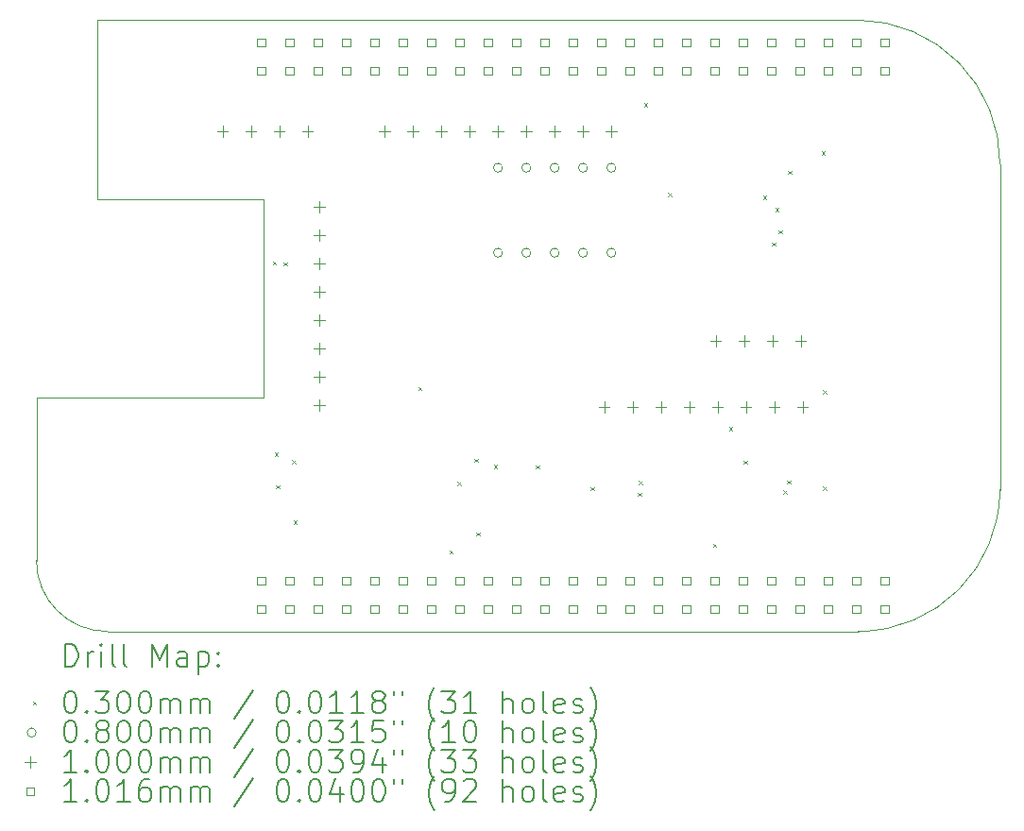
<source format=gbr>
%TF.GenerationSoftware,KiCad,Pcbnew,8.0.6*%
%TF.CreationDate,2025-01-05T20:35:46-05:00*%
%TF.ProjectId,Beagle-AI-64-CAN-Part2,42656167-6c65-42d4-9149-2d36342d4341,rev?*%
%TF.SameCoordinates,Original*%
%TF.FileFunction,Drillmap*%
%TF.FilePolarity,Positive*%
%FSLAX45Y45*%
G04 Gerber Fmt 4.5, Leading zero omitted, Abs format (unit mm)*
G04 Created by KiCad (PCBNEW 8.0.6) date 2025-01-05 20:35:46*
%MOMM*%
%LPD*%
G01*
G04 APERTURE LIST*
%ADD10C,0.050000*%
%ADD11C,0.200000*%
%ADD12C,0.100000*%
%ADD13C,0.101600*%
G04 APERTURE END LIST*
D10*
X10532110Y-12595860D02*
X10532110Y-11135360D01*
X11075000Y-9357360D02*
X11075000Y-7750000D01*
X12564110Y-9357360D02*
X11075000Y-9357360D01*
X17898110Y-13230860D02*
X11167110Y-13230860D01*
X11167110Y-13230860D02*
G75*
G02*
X10532110Y-12595860I0J635000D01*
G01*
X19168110Y-9039860D02*
X19168110Y-11960860D01*
X17898110Y-7750000D02*
X11075000Y-7750000D01*
X10532110Y-11135360D02*
X12564110Y-11135360D01*
X12564110Y-11135360D02*
X12564110Y-9357360D01*
X19168110Y-11960860D02*
G75*
G02*
X17898110Y-13230860I-1270000J0D01*
G01*
X17898110Y-7750000D02*
G75*
G02*
X19168110Y-9039860I-9930J-1279930D01*
G01*
D11*
D12*
X12649180Y-9913340D02*
X12679180Y-9943340D01*
X12679180Y-9913340D02*
X12649180Y-9943340D01*
X12666150Y-11629210D02*
X12696150Y-11659210D01*
X12696150Y-11629210D02*
X12666150Y-11659210D01*
X12680400Y-11917650D02*
X12710400Y-11947650D01*
X12710400Y-11917650D02*
X12680400Y-11947650D01*
X12747370Y-9922000D02*
X12777370Y-9952000D01*
X12777370Y-9922000D02*
X12747370Y-9952000D01*
X12825400Y-11696720D02*
X12855400Y-11726720D01*
X12855400Y-11696720D02*
X12825400Y-11726720D01*
X12837770Y-12238250D02*
X12867770Y-12268250D01*
X12867770Y-12238250D02*
X12837770Y-12268250D01*
X13955240Y-11038920D02*
X13985240Y-11068920D01*
X13985240Y-11038920D02*
X13955240Y-11068920D01*
X14235600Y-12504700D02*
X14265600Y-12534700D01*
X14265600Y-12504700D02*
X14235600Y-12534700D01*
X14303970Y-11890130D02*
X14333970Y-11920130D01*
X14333970Y-11890130D02*
X14303970Y-11920130D01*
X14457190Y-11684210D02*
X14487190Y-11714210D01*
X14487190Y-11684210D02*
X14457190Y-11714210D01*
X14475600Y-12342210D02*
X14505600Y-12372210D01*
X14505600Y-12342210D02*
X14475600Y-12372210D01*
X14633500Y-11736080D02*
X14663500Y-11766080D01*
X14663500Y-11736080D02*
X14633500Y-11766080D01*
X15009700Y-11741130D02*
X15039700Y-11771130D01*
X15039700Y-11741130D02*
X15009700Y-11771130D01*
X15498360Y-11936640D02*
X15528360Y-11966640D01*
X15528360Y-11936640D02*
X15498360Y-11966640D01*
X15922520Y-11985640D02*
X15952520Y-12015640D01*
X15952520Y-11985640D02*
X15922520Y-12015640D01*
X15929590Y-11880070D02*
X15959590Y-11910070D01*
X15959590Y-11880070D02*
X15929590Y-11910070D01*
X15979580Y-8493760D02*
X16009580Y-8523760D01*
X16009580Y-8493760D02*
X15979580Y-8523760D01*
X16194120Y-9298550D02*
X16224120Y-9328550D01*
X16224120Y-9298550D02*
X16194120Y-9328550D01*
X16596510Y-12445600D02*
X16626510Y-12475600D01*
X16626510Y-12445600D02*
X16596510Y-12475600D01*
X16739240Y-11400660D02*
X16769240Y-11430660D01*
X16769240Y-11400660D02*
X16739240Y-11430660D01*
X16869270Y-11700330D02*
X16899270Y-11730330D01*
X16899270Y-11700330D02*
X16869270Y-11730330D01*
X17045400Y-9323650D02*
X17075400Y-9353650D01*
X17075400Y-9323650D02*
X17045400Y-9353650D01*
X17123750Y-9745020D02*
X17153750Y-9775020D01*
X17153750Y-9745020D02*
X17123750Y-9775020D01*
X17155420Y-9434270D02*
X17185420Y-9464270D01*
X17185420Y-9434270D02*
X17155420Y-9464270D01*
X17184250Y-9633480D02*
X17214250Y-9663480D01*
X17214250Y-9633480D02*
X17184250Y-9663480D01*
X17224580Y-11966340D02*
X17254580Y-11996340D01*
X17254580Y-11966340D02*
X17224580Y-11996340D01*
X17259990Y-11875290D02*
X17289990Y-11905290D01*
X17289990Y-11875290D02*
X17259990Y-11905290D01*
X17269960Y-9100000D02*
X17299960Y-9130000D01*
X17299960Y-9100000D02*
X17269960Y-9130000D01*
X17569160Y-8924220D02*
X17599160Y-8954220D01*
X17599160Y-8924220D02*
X17569160Y-8954220D01*
X17581230Y-11931530D02*
X17611230Y-11961530D01*
X17611230Y-11931530D02*
X17581230Y-11961530D01*
X17583550Y-11068050D02*
X17613550Y-11098050D01*
X17613550Y-11068050D02*
X17583550Y-11098050D01*
X14709000Y-9073000D02*
G75*
G02*
X14629000Y-9073000I-40000J0D01*
G01*
X14629000Y-9073000D02*
G75*
G02*
X14709000Y-9073000I40000J0D01*
G01*
X14709000Y-9835000D02*
G75*
G02*
X14629000Y-9835000I-40000J0D01*
G01*
X14629000Y-9835000D02*
G75*
G02*
X14709000Y-9835000I40000J0D01*
G01*
X14963000Y-9073000D02*
G75*
G02*
X14883000Y-9073000I-40000J0D01*
G01*
X14883000Y-9073000D02*
G75*
G02*
X14963000Y-9073000I40000J0D01*
G01*
X14963000Y-9835000D02*
G75*
G02*
X14883000Y-9835000I-40000J0D01*
G01*
X14883000Y-9835000D02*
G75*
G02*
X14963000Y-9835000I40000J0D01*
G01*
X15217000Y-9073000D02*
G75*
G02*
X15137000Y-9073000I-40000J0D01*
G01*
X15137000Y-9073000D02*
G75*
G02*
X15217000Y-9073000I40000J0D01*
G01*
X15217000Y-9835000D02*
G75*
G02*
X15137000Y-9835000I-40000J0D01*
G01*
X15137000Y-9835000D02*
G75*
G02*
X15217000Y-9835000I40000J0D01*
G01*
X15471000Y-9073000D02*
G75*
G02*
X15391000Y-9073000I-40000J0D01*
G01*
X15391000Y-9073000D02*
G75*
G02*
X15471000Y-9073000I40000J0D01*
G01*
X15471000Y-9835000D02*
G75*
G02*
X15391000Y-9835000I-40000J0D01*
G01*
X15391000Y-9835000D02*
G75*
G02*
X15471000Y-9835000I40000J0D01*
G01*
X15725000Y-9073000D02*
G75*
G02*
X15645000Y-9073000I-40000J0D01*
G01*
X15645000Y-9073000D02*
G75*
G02*
X15725000Y-9073000I40000J0D01*
G01*
X15725000Y-9835000D02*
G75*
G02*
X15645000Y-9835000I-40000J0D01*
G01*
X15645000Y-9835000D02*
G75*
G02*
X15725000Y-9835000I40000J0D01*
G01*
X12200000Y-8700000D02*
X12200000Y-8800000D01*
X12150000Y-8750000D02*
X12250000Y-8750000D01*
X12454000Y-8700000D02*
X12454000Y-8800000D01*
X12404000Y-8750000D02*
X12504000Y-8750000D01*
X12708000Y-8700000D02*
X12708000Y-8800000D01*
X12658000Y-8750000D02*
X12758000Y-8750000D01*
X12962000Y-8700000D02*
X12962000Y-8800000D01*
X12912000Y-8750000D02*
X13012000Y-8750000D01*
X13065000Y-9377000D02*
X13065000Y-9477000D01*
X13015000Y-9427000D02*
X13115000Y-9427000D01*
X13065000Y-9631000D02*
X13065000Y-9731000D01*
X13015000Y-9681000D02*
X13115000Y-9681000D01*
X13065000Y-9885000D02*
X13065000Y-9985000D01*
X13015000Y-9935000D02*
X13115000Y-9935000D01*
X13065000Y-10139000D02*
X13065000Y-10239000D01*
X13015000Y-10189000D02*
X13115000Y-10189000D01*
X13065000Y-10393000D02*
X13065000Y-10493000D01*
X13015000Y-10443000D02*
X13115000Y-10443000D01*
X13065000Y-10647000D02*
X13065000Y-10747000D01*
X13015000Y-10697000D02*
X13115000Y-10697000D01*
X13065000Y-10901000D02*
X13065000Y-11001000D01*
X13015000Y-10951000D02*
X13115000Y-10951000D01*
X13065000Y-11155000D02*
X13065000Y-11255000D01*
X13015000Y-11205000D02*
X13115000Y-11205000D01*
X13650000Y-8700000D02*
X13650000Y-8800000D01*
X13600000Y-8750000D02*
X13700000Y-8750000D01*
X13904000Y-8700000D02*
X13904000Y-8800000D01*
X13854000Y-8750000D02*
X13954000Y-8750000D01*
X14158000Y-8700000D02*
X14158000Y-8800000D01*
X14108000Y-8750000D02*
X14208000Y-8750000D01*
X14412000Y-8700000D02*
X14412000Y-8800000D01*
X14362000Y-8750000D02*
X14462000Y-8750000D01*
X14666000Y-8700000D02*
X14666000Y-8800000D01*
X14616000Y-8750000D02*
X14716000Y-8750000D01*
X14920000Y-8700000D02*
X14920000Y-8800000D01*
X14870000Y-8750000D02*
X14970000Y-8750000D01*
X15174000Y-8700000D02*
X15174000Y-8800000D01*
X15124000Y-8750000D02*
X15224000Y-8750000D01*
X15428000Y-8700000D02*
X15428000Y-8800000D01*
X15378000Y-8750000D02*
X15478000Y-8750000D01*
X15621000Y-11170000D02*
X15621000Y-11270000D01*
X15571000Y-11220000D02*
X15671000Y-11220000D01*
X15682000Y-8700000D02*
X15682000Y-8800000D01*
X15632000Y-8750000D02*
X15732000Y-8750000D01*
X15875000Y-11170000D02*
X15875000Y-11270000D01*
X15825000Y-11220000D02*
X15925000Y-11220000D01*
X16129000Y-11170000D02*
X16129000Y-11270000D01*
X16079000Y-11220000D02*
X16179000Y-11220000D01*
X16383000Y-11170000D02*
X16383000Y-11270000D01*
X16333000Y-11220000D02*
X16433000Y-11220000D01*
X16620000Y-10575000D02*
X16620000Y-10675000D01*
X16570000Y-10625000D02*
X16670000Y-10625000D01*
X16637000Y-11170000D02*
X16637000Y-11270000D01*
X16587000Y-11220000D02*
X16687000Y-11220000D01*
X16874000Y-10575000D02*
X16874000Y-10675000D01*
X16824000Y-10625000D02*
X16924000Y-10625000D01*
X16891000Y-11170000D02*
X16891000Y-11270000D01*
X16841000Y-11220000D02*
X16941000Y-11220000D01*
X17128000Y-10575000D02*
X17128000Y-10675000D01*
X17078000Y-10625000D02*
X17178000Y-10625000D01*
X17145000Y-11170000D02*
X17145000Y-11270000D01*
X17095000Y-11220000D02*
X17195000Y-11220000D01*
X17382000Y-10575000D02*
X17382000Y-10675000D01*
X17332000Y-10625000D02*
X17432000Y-10625000D01*
X17399000Y-11170000D02*
X17399000Y-11270000D01*
X17349000Y-11220000D02*
X17449000Y-11220000D01*
D13*
X12583521Y-7986121D02*
X12583521Y-7914279D01*
X12511679Y-7914279D01*
X12511679Y-7986121D01*
X12583521Y-7986121D01*
X12583521Y-8240121D02*
X12583521Y-8168279D01*
X12511679Y-8168279D01*
X12511679Y-8240121D01*
X12583521Y-8240121D01*
X12583521Y-12812121D02*
X12583521Y-12740279D01*
X12511679Y-12740279D01*
X12511679Y-12812121D01*
X12583521Y-12812121D01*
X12583521Y-13066121D02*
X12583521Y-12994279D01*
X12511679Y-12994279D01*
X12511679Y-13066121D01*
X12583521Y-13066121D01*
X12837521Y-7986121D02*
X12837521Y-7914279D01*
X12765679Y-7914279D01*
X12765679Y-7986121D01*
X12837521Y-7986121D01*
X12837521Y-8240121D02*
X12837521Y-8168279D01*
X12765679Y-8168279D01*
X12765679Y-8240121D01*
X12837521Y-8240121D01*
X12837521Y-12812121D02*
X12837521Y-12740279D01*
X12765679Y-12740279D01*
X12765679Y-12812121D01*
X12837521Y-12812121D01*
X12837521Y-13066121D02*
X12837521Y-12994279D01*
X12765679Y-12994279D01*
X12765679Y-13066121D01*
X12837521Y-13066121D01*
X13091521Y-7986121D02*
X13091521Y-7914279D01*
X13019679Y-7914279D01*
X13019679Y-7986121D01*
X13091521Y-7986121D01*
X13091521Y-8240121D02*
X13091521Y-8168279D01*
X13019679Y-8168279D01*
X13019679Y-8240121D01*
X13091521Y-8240121D01*
X13091521Y-12812121D02*
X13091521Y-12740279D01*
X13019679Y-12740279D01*
X13019679Y-12812121D01*
X13091521Y-12812121D01*
X13091521Y-13066121D02*
X13091521Y-12994279D01*
X13019679Y-12994279D01*
X13019679Y-13066121D01*
X13091521Y-13066121D01*
X13345521Y-7986121D02*
X13345521Y-7914279D01*
X13273679Y-7914279D01*
X13273679Y-7986121D01*
X13345521Y-7986121D01*
X13345521Y-8240121D02*
X13345521Y-8168279D01*
X13273679Y-8168279D01*
X13273679Y-8240121D01*
X13345521Y-8240121D01*
X13345521Y-12812121D02*
X13345521Y-12740279D01*
X13273679Y-12740279D01*
X13273679Y-12812121D01*
X13345521Y-12812121D01*
X13345521Y-13066121D02*
X13345521Y-12994279D01*
X13273679Y-12994279D01*
X13273679Y-13066121D01*
X13345521Y-13066121D01*
X13599521Y-7986121D02*
X13599521Y-7914279D01*
X13527679Y-7914279D01*
X13527679Y-7986121D01*
X13599521Y-7986121D01*
X13599521Y-8240121D02*
X13599521Y-8168279D01*
X13527679Y-8168279D01*
X13527679Y-8240121D01*
X13599521Y-8240121D01*
X13599521Y-12812121D02*
X13599521Y-12740279D01*
X13527679Y-12740279D01*
X13527679Y-12812121D01*
X13599521Y-12812121D01*
X13599521Y-13066121D02*
X13599521Y-12994279D01*
X13527679Y-12994279D01*
X13527679Y-13066121D01*
X13599521Y-13066121D01*
X13853521Y-7986121D02*
X13853521Y-7914279D01*
X13781679Y-7914279D01*
X13781679Y-7986121D01*
X13853521Y-7986121D01*
X13853521Y-8240121D02*
X13853521Y-8168279D01*
X13781679Y-8168279D01*
X13781679Y-8240121D01*
X13853521Y-8240121D01*
X13853521Y-12812121D02*
X13853521Y-12740279D01*
X13781679Y-12740279D01*
X13781679Y-12812121D01*
X13853521Y-12812121D01*
X13853521Y-13066121D02*
X13853521Y-12994279D01*
X13781679Y-12994279D01*
X13781679Y-13066121D01*
X13853521Y-13066121D01*
X14107521Y-7986121D02*
X14107521Y-7914279D01*
X14035679Y-7914279D01*
X14035679Y-7986121D01*
X14107521Y-7986121D01*
X14107521Y-8240121D02*
X14107521Y-8168279D01*
X14035679Y-8168279D01*
X14035679Y-8240121D01*
X14107521Y-8240121D01*
X14107521Y-12812121D02*
X14107521Y-12740279D01*
X14035679Y-12740279D01*
X14035679Y-12812121D01*
X14107521Y-12812121D01*
X14107521Y-13066121D02*
X14107521Y-12994279D01*
X14035679Y-12994279D01*
X14035679Y-13066121D01*
X14107521Y-13066121D01*
X14361521Y-7986121D02*
X14361521Y-7914279D01*
X14289679Y-7914279D01*
X14289679Y-7986121D01*
X14361521Y-7986121D01*
X14361521Y-8240121D02*
X14361521Y-8168279D01*
X14289679Y-8168279D01*
X14289679Y-8240121D01*
X14361521Y-8240121D01*
X14361521Y-12812121D02*
X14361521Y-12740279D01*
X14289679Y-12740279D01*
X14289679Y-12812121D01*
X14361521Y-12812121D01*
X14361521Y-13066121D02*
X14361521Y-12994279D01*
X14289679Y-12994279D01*
X14289679Y-13066121D01*
X14361521Y-13066121D01*
X14615521Y-7986121D02*
X14615521Y-7914279D01*
X14543679Y-7914279D01*
X14543679Y-7986121D01*
X14615521Y-7986121D01*
X14615521Y-8240121D02*
X14615521Y-8168279D01*
X14543679Y-8168279D01*
X14543679Y-8240121D01*
X14615521Y-8240121D01*
X14615521Y-12812121D02*
X14615521Y-12740279D01*
X14543679Y-12740279D01*
X14543679Y-12812121D01*
X14615521Y-12812121D01*
X14615521Y-13066121D02*
X14615521Y-12994279D01*
X14543679Y-12994279D01*
X14543679Y-13066121D01*
X14615521Y-13066121D01*
X14869521Y-7986121D02*
X14869521Y-7914279D01*
X14797679Y-7914279D01*
X14797679Y-7986121D01*
X14869521Y-7986121D01*
X14869521Y-8240121D02*
X14869521Y-8168279D01*
X14797679Y-8168279D01*
X14797679Y-8240121D01*
X14869521Y-8240121D01*
X14869521Y-12812121D02*
X14869521Y-12740279D01*
X14797679Y-12740279D01*
X14797679Y-12812121D01*
X14869521Y-12812121D01*
X14869521Y-13066121D02*
X14869521Y-12994279D01*
X14797679Y-12994279D01*
X14797679Y-13066121D01*
X14869521Y-13066121D01*
X15123521Y-7986121D02*
X15123521Y-7914279D01*
X15051679Y-7914279D01*
X15051679Y-7986121D01*
X15123521Y-7986121D01*
X15123521Y-8240121D02*
X15123521Y-8168279D01*
X15051679Y-8168279D01*
X15051679Y-8240121D01*
X15123521Y-8240121D01*
X15123521Y-12812121D02*
X15123521Y-12740279D01*
X15051679Y-12740279D01*
X15051679Y-12812121D01*
X15123521Y-12812121D01*
X15123521Y-13066121D02*
X15123521Y-12994279D01*
X15051679Y-12994279D01*
X15051679Y-13066121D01*
X15123521Y-13066121D01*
X15377521Y-7986121D02*
X15377521Y-7914279D01*
X15305679Y-7914279D01*
X15305679Y-7986121D01*
X15377521Y-7986121D01*
X15377521Y-8240121D02*
X15377521Y-8168279D01*
X15305679Y-8168279D01*
X15305679Y-8240121D01*
X15377521Y-8240121D01*
X15377521Y-12812121D02*
X15377521Y-12740279D01*
X15305679Y-12740279D01*
X15305679Y-12812121D01*
X15377521Y-12812121D01*
X15377521Y-13066121D02*
X15377521Y-12994279D01*
X15305679Y-12994279D01*
X15305679Y-13066121D01*
X15377521Y-13066121D01*
X15631521Y-7986121D02*
X15631521Y-7914279D01*
X15559679Y-7914279D01*
X15559679Y-7986121D01*
X15631521Y-7986121D01*
X15631521Y-8240121D02*
X15631521Y-8168279D01*
X15559679Y-8168279D01*
X15559679Y-8240121D01*
X15631521Y-8240121D01*
X15631521Y-12812121D02*
X15631521Y-12740279D01*
X15559679Y-12740279D01*
X15559679Y-12812121D01*
X15631521Y-12812121D01*
X15631521Y-13066121D02*
X15631521Y-12994279D01*
X15559679Y-12994279D01*
X15559679Y-13066121D01*
X15631521Y-13066121D01*
X15885521Y-7986121D02*
X15885521Y-7914279D01*
X15813679Y-7914279D01*
X15813679Y-7986121D01*
X15885521Y-7986121D01*
X15885521Y-8240121D02*
X15885521Y-8168279D01*
X15813679Y-8168279D01*
X15813679Y-8240121D01*
X15885521Y-8240121D01*
X15885521Y-12812121D02*
X15885521Y-12740279D01*
X15813679Y-12740279D01*
X15813679Y-12812121D01*
X15885521Y-12812121D01*
X15885521Y-13066121D02*
X15885521Y-12994279D01*
X15813679Y-12994279D01*
X15813679Y-13066121D01*
X15885521Y-13066121D01*
X16139521Y-7986121D02*
X16139521Y-7914279D01*
X16067679Y-7914279D01*
X16067679Y-7986121D01*
X16139521Y-7986121D01*
X16139521Y-8240121D02*
X16139521Y-8168279D01*
X16067679Y-8168279D01*
X16067679Y-8240121D01*
X16139521Y-8240121D01*
X16139521Y-12812121D02*
X16139521Y-12740279D01*
X16067679Y-12740279D01*
X16067679Y-12812121D01*
X16139521Y-12812121D01*
X16139521Y-13066121D02*
X16139521Y-12994279D01*
X16067679Y-12994279D01*
X16067679Y-13066121D01*
X16139521Y-13066121D01*
X16393521Y-7986121D02*
X16393521Y-7914279D01*
X16321679Y-7914279D01*
X16321679Y-7986121D01*
X16393521Y-7986121D01*
X16393521Y-8240121D02*
X16393521Y-8168279D01*
X16321679Y-8168279D01*
X16321679Y-8240121D01*
X16393521Y-8240121D01*
X16393521Y-12812121D02*
X16393521Y-12740279D01*
X16321679Y-12740279D01*
X16321679Y-12812121D01*
X16393521Y-12812121D01*
X16393521Y-13066121D02*
X16393521Y-12994279D01*
X16321679Y-12994279D01*
X16321679Y-13066121D01*
X16393521Y-13066121D01*
X16647521Y-7986121D02*
X16647521Y-7914279D01*
X16575679Y-7914279D01*
X16575679Y-7986121D01*
X16647521Y-7986121D01*
X16647521Y-8240121D02*
X16647521Y-8168279D01*
X16575679Y-8168279D01*
X16575679Y-8240121D01*
X16647521Y-8240121D01*
X16647521Y-12812121D02*
X16647521Y-12740279D01*
X16575679Y-12740279D01*
X16575679Y-12812121D01*
X16647521Y-12812121D01*
X16647521Y-13066121D02*
X16647521Y-12994279D01*
X16575679Y-12994279D01*
X16575679Y-13066121D01*
X16647521Y-13066121D01*
X16901521Y-7986121D02*
X16901521Y-7914279D01*
X16829679Y-7914279D01*
X16829679Y-7986121D01*
X16901521Y-7986121D01*
X16901521Y-8240121D02*
X16901521Y-8168279D01*
X16829679Y-8168279D01*
X16829679Y-8240121D01*
X16901521Y-8240121D01*
X16901521Y-12812121D02*
X16901521Y-12740279D01*
X16829679Y-12740279D01*
X16829679Y-12812121D01*
X16901521Y-12812121D01*
X16901521Y-13066121D02*
X16901521Y-12994279D01*
X16829679Y-12994279D01*
X16829679Y-13066121D01*
X16901521Y-13066121D01*
X17155521Y-7986121D02*
X17155521Y-7914279D01*
X17083679Y-7914279D01*
X17083679Y-7986121D01*
X17155521Y-7986121D01*
X17155521Y-8240121D02*
X17155521Y-8168279D01*
X17083679Y-8168279D01*
X17083679Y-8240121D01*
X17155521Y-8240121D01*
X17155521Y-12812121D02*
X17155521Y-12740279D01*
X17083679Y-12740279D01*
X17083679Y-12812121D01*
X17155521Y-12812121D01*
X17155521Y-13066121D02*
X17155521Y-12994279D01*
X17083679Y-12994279D01*
X17083679Y-13066121D01*
X17155521Y-13066121D01*
X17409521Y-7986121D02*
X17409521Y-7914279D01*
X17337679Y-7914279D01*
X17337679Y-7986121D01*
X17409521Y-7986121D01*
X17409521Y-8240121D02*
X17409521Y-8168279D01*
X17337679Y-8168279D01*
X17337679Y-8240121D01*
X17409521Y-8240121D01*
X17409521Y-12812121D02*
X17409521Y-12740279D01*
X17337679Y-12740279D01*
X17337679Y-12812121D01*
X17409521Y-12812121D01*
X17409521Y-13066121D02*
X17409521Y-12994279D01*
X17337679Y-12994279D01*
X17337679Y-13066121D01*
X17409521Y-13066121D01*
X17663521Y-7986121D02*
X17663521Y-7914279D01*
X17591679Y-7914279D01*
X17591679Y-7986121D01*
X17663521Y-7986121D01*
X17663521Y-8240121D02*
X17663521Y-8168279D01*
X17591679Y-8168279D01*
X17591679Y-8240121D01*
X17663521Y-8240121D01*
X17663521Y-12812121D02*
X17663521Y-12740279D01*
X17591679Y-12740279D01*
X17591679Y-12812121D01*
X17663521Y-12812121D01*
X17663521Y-13066121D02*
X17663521Y-12994279D01*
X17591679Y-12994279D01*
X17591679Y-13066121D01*
X17663521Y-13066121D01*
X17917521Y-7986121D02*
X17917521Y-7914279D01*
X17845679Y-7914279D01*
X17845679Y-7986121D01*
X17917521Y-7986121D01*
X17917521Y-8240121D02*
X17917521Y-8168279D01*
X17845679Y-8168279D01*
X17845679Y-8240121D01*
X17917521Y-8240121D01*
X17917521Y-12812121D02*
X17917521Y-12740279D01*
X17845679Y-12740279D01*
X17845679Y-12812121D01*
X17917521Y-12812121D01*
X17917521Y-13066121D02*
X17917521Y-12994279D01*
X17845679Y-12994279D01*
X17845679Y-13066121D01*
X17917521Y-13066121D01*
X18171521Y-7986121D02*
X18171521Y-7914279D01*
X18099679Y-7914279D01*
X18099679Y-7986121D01*
X18171521Y-7986121D01*
X18171521Y-8240121D02*
X18171521Y-8168279D01*
X18099679Y-8168279D01*
X18099679Y-8240121D01*
X18171521Y-8240121D01*
X18171521Y-12812121D02*
X18171521Y-12740279D01*
X18099679Y-12740279D01*
X18099679Y-12812121D01*
X18171521Y-12812121D01*
X18171521Y-13066121D02*
X18171521Y-12994279D01*
X18099679Y-12994279D01*
X18099679Y-13066121D01*
X18171521Y-13066121D01*
D11*
X10790387Y-13544844D02*
X10790387Y-13344844D01*
X10790387Y-13344844D02*
X10838006Y-13344844D01*
X10838006Y-13344844D02*
X10866577Y-13354368D01*
X10866577Y-13354368D02*
X10885625Y-13373415D01*
X10885625Y-13373415D02*
X10895149Y-13392463D01*
X10895149Y-13392463D02*
X10904673Y-13430558D01*
X10904673Y-13430558D02*
X10904673Y-13459129D01*
X10904673Y-13459129D02*
X10895149Y-13497225D01*
X10895149Y-13497225D02*
X10885625Y-13516272D01*
X10885625Y-13516272D02*
X10866577Y-13535320D01*
X10866577Y-13535320D02*
X10838006Y-13544844D01*
X10838006Y-13544844D02*
X10790387Y-13544844D01*
X10990387Y-13544844D02*
X10990387Y-13411510D01*
X10990387Y-13449606D02*
X10999911Y-13430558D01*
X10999911Y-13430558D02*
X11009434Y-13421034D01*
X11009434Y-13421034D02*
X11028482Y-13411510D01*
X11028482Y-13411510D02*
X11047530Y-13411510D01*
X11114196Y-13544844D02*
X11114196Y-13411510D01*
X11114196Y-13344844D02*
X11104673Y-13354368D01*
X11104673Y-13354368D02*
X11114196Y-13363891D01*
X11114196Y-13363891D02*
X11123720Y-13354368D01*
X11123720Y-13354368D02*
X11114196Y-13344844D01*
X11114196Y-13344844D02*
X11114196Y-13363891D01*
X11238006Y-13544844D02*
X11218958Y-13535320D01*
X11218958Y-13535320D02*
X11209434Y-13516272D01*
X11209434Y-13516272D02*
X11209434Y-13344844D01*
X11342768Y-13544844D02*
X11323720Y-13535320D01*
X11323720Y-13535320D02*
X11314196Y-13516272D01*
X11314196Y-13516272D02*
X11314196Y-13344844D01*
X11571339Y-13544844D02*
X11571339Y-13344844D01*
X11571339Y-13344844D02*
X11638006Y-13487701D01*
X11638006Y-13487701D02*
X11704672Y-13344844D01*
X11704672Y-13344844D02*
X11704672Y-13544844D01*
X11885625Y-13544844D02*
X11885625Y-13440082D01*
X11885625Y-13440082D02*
X11876101Y-13421034D01*
X11876101Y-13421034D02*
X11857053Y-13411510D01*
X11857053Y-13411510D02*
X11818958Y-13411510D01*
X11818958Y-13411510D02*
X11799911Y-13421034D01*
X11885625Y-13535320D02*
X11866577Y-13544844D01*
X11866577Y-13544844D02*
X11818958Y-13544844D01*
X11818958Y-13544844D02*
X11799911Y-13535320D01*
X11799911Y-13535320D02*
X11790387Y-13516272D01*
X11790387Y-13516272D02*
X11790387Y-13497225D01*
X11790387Y-13497225D02*
X11799911Y-13478177D01*
X11799911Y-13478177D02*
X11818958Y-13468653D01*
X11818958Y-13468653D02*
X11866577Y-13468653D01*
X11866577Y-13468653D02*
X11885625Y-13459129D01*
X11980863Y-13411510D02*
X11980863Y-13611510D01*
X11980863Y-13421034D02*
X11999911Y-13411510D01*
X11999911Y-13411510D02*
X12038006Y-13411510D01*
X12038006Y-13411510D02*
X12057053Y-13421034D01*
X12057053Y-13421034D02*
X12066577Y-13430558D01*
X12066577Y-13430558D02*
X12076101Y-13449606D01*
X12076101Y-13449606D02*
X12076101Y-13506748D01*
X12076101Y-13506748D02*
X12066577Y-13525796D01*
X12066577Y-13525796D02*
X12057053Y-13535320D01*
X12057053Y-13535320D02*
X12038006Y-13544844D01*
X12038006Y-13544844D02*
X11999911Y-13544844D01*
X11999911Y-13544844D02*
X11980863Y-13535320D01*
X12161815Y-13525796D02*
X12171339Y-13535320D01*
X12171339Y-13535320D02*
X12161815Y-13544844D01*
X12161815Y-13544844D02*
X12152292Y-13535320D01*
X12152292Y-13535320D02*
X12161815Y-13525796D01*
X12161815Y-13525796D02*
X12161815Y-13544844D01*
X12161815Y-13421034D02*
X12171339Y-13430558D01*
X12171339Y-13430558D02*
X12161815Y-13440082D01*
X12161815Y-13440082D02*
X12152292Y-13430558D01*
X12152292Y-13430558D02*
X12161815Y-13421034D01*
X12161815Y-13421034D02*
X12161815Y-13440082D01*
D12*
X10499610Y-13858360D02*
X10529610Y-13888360D01*
X10529610Y-13858360D02*
X10499610Y-13888360D01*
D11*
X10828482Y-13764844D02*
X10847530Y-13764844D01*
X10847530Y-13764844D02*
X10866577Y-13774368D01*
X10866577Y-13774368D02*
X10876101Y-13783891D01*
X10876101Y-13783891D02*
X10885625Y-13802939D01*
X10885625Y-13802939D02*
X10895149Y-13841034D01*
X10895149Y-13841034D02*
X10895149Y-13888653D01*
X10895149Y-13888653D02*
X10885625Y-13926748D01*
X10885625Y-13926748D02*
X10876101Y-13945796D01*
X10876101Y-13945796D02*
X10866577Y-13955320D01*
X10866577Y-13955320D02*
X10847530Y-13964844D01*
X10847530Y-13964844D02*
X10828482Y-13964844D01*
X10828482Y-13964844D02*
X10809434Y-13955320D01*
X10809434Y-13955320D02*
X10799911Y-13945796D01*
X10799911Y-13945796D02*
X10790387Y-13926748D01*
X10790387Y-13926748D02*
X10780863Y-13888653D01*
X10780863Y-13888653D02*
X10780863Y-13841034D01*
X10780863Y-13841034D02*
X10790387Y-13802939D01*
X10790387Y-13802939D02*
X10799911Y-13783891D01*
X10799911Y-13783891D02*
X10809434Y-13774368D01*
X10809434Y-13774368D02*
X10828482Y-13764844D01*
X10980863Y-13945796D02*
X10990387Y-13955320D01*
X10990387Y-13955320D02*
X10980863Y-13964844D01*
X10980863Y-13964844D02*
X10971339Y-13955320D01*
X10971339Y-13955320D02*
X10980863Y-13945796D01*
X10980863Y-13945796D02*
X10980863Y-13964844D01*
X11057054Y-13764844D02*
X11180863Y-13764844D01*
X11180863Y-13764844D02*
X11114196Y-13841034D01*
X11114196Y-13841034D02*
X11142768Y-13841034D01*
X11142768Y-13841034D02*
X11161815Y-13850558D01*
X11161815Y-13850558D02*
X11171339Y-13860082D01*
X11171339Y-13860082D02*
X11180863Y-13879129D01*
X11180863Y-13879129D02*
X11180863Y-13926748D01*
X11180863Y-13926748D02*
X11171339Y-13945796D01*
X11171339Y-13945796D02*
X11161815Y-13955320D01*
X11161815Y-13955320D02*
X11142768Y-13964844D01*
X11142768Y-13964844D02*
X11085625Y-13964844D01*
X11085625Y-13964844D02*
X11066577Y-13955320D01*
X11066577Y-13955320D02*
X11057054Y-13945796D01*
X11304672Y-13764844D02*
X11323720Y-13764844D01*
X11323720Y-13764844D02*
X11342768Y-13774368D01*
X11342768Y-13774368D02*
X11352292Y-13783891D01*
X11352292Y-13783891D02*
X11361815Y-13802939D01*
X11361815Y-13802939D02*
X11371339Y-13841034D01*
X11371339Y-13841034D02*
X11371339Y-13888653D01*
X11371339Y-13888653D02*
X11361815Y-13926748D01*
X11361815Y-13926748D02*
X11352292Y-13945796D01*
X11352292Y-13945796D02*
X11342768Y-13955320D01*
X11342768Y-13955320D02*
X11323720Y-13964844D01*
X11323720Y-13964844D02*
X11304672Y-13964844D01*
X11304672Y-13964844D02*
X11285625Y-13955320D01*
X11285625Y-13955320D02*
X11276101Y-13945796D01*
X11276101Y-13945796D02*
X11266577Y-13926748D01*
X11266577Y-13926748D02*
X11257053Y-13888653D01*
X11257053Y-13888653D02*
X11257053Y-13841034D01*
X11257053Y-13841034D02*
X11266577Y-13802939D01*
X11266577Y-13802939D02*
X11276101Y-13783891D01*
X11276101Y-13783891D02*
X11285625Y-13774368D01*
X11285625Y-13774368D02*
X11304672Y-13764844D01*
X11495149Y-13764844D02*
X11514196Y-13764844D01*
X11514196Y-13764844D02*
X11533244Y-13774368D01*
X11533244Y-13774368D02*
X11542768Y-13783891D01*
X11542768Y-13783891D02*
X11552292Y-13802939D01*
X11552292Y-13802939D02*
X11561815Y-13841034D01*
X11561815Y-13841034D02*
X11561815Y-13888653D01*
X11561815Y-13888653D02*
X11552292Y-13926748D01*
X11552292Y-13926748D02*
X11542768Y-13945796D01*
X11542768Y-13945796D02*
X11533244Y-13955320D01*
X11533244Y-13955320D02*
X11514196Y-13964844D01*
X11514196Y-13964844D02*
X11495149Y-13964844D01*
X11495149Y-13964844D02*
X11476101Y-13955320D01*
X11476101Y-13955320D02*
X11466577Y-13945796D01*
X11466577Y-13945796D02*
X11457053Y-13926748D01*
X11457053Y-13926748D02*
X11447530Y-13888653D01*
X11447530Y-13888653D02*
X11447530Y-13841034D01*
X11447530Y-13841034D02*
X11457053Y-13802939D01*
X11457053Y-13802939D02*
X11466577Y-13783891D01*
X11466577Y-13783891D02*
X11476101Y-13774368D01*
X11476101Y-13774368D02*
X11495149Y-13764844D01*
X11647530Y-13964844D02*
X11647530Y-13831510D01*
X11647530Y-13850558D02*
X11657053Y-13841034D01*
X11657053Y-13841034D02*
X11676101Y-13831510D01*
X11676101Y-13831510D02*
X11704673Y-13831510D01*
X11704673Y-13831510D02*
X11723720Y-13841034D01*
X11723720Y-13841034D02*
X11733244Y-13860082D01*
X11733244Y-13860082D02*
X11733244Y-13964844D01*
X11733244Y-13860082D02*
X11742768Y-13841034D01*
X11742768Y-13841034D02*
X11761815Y-13831510D01*
X11761815Y-13831510D02*
X11790387Y-13831510D01*
X11790387Y-13831510D02*
X11809434Y-13841034D01*
X11809434Y-13841034D02*
X11818958Y-13860082D01*
X11818958Y-13860082D02*
X11818958Y-13964844D01*
X11914196Y-13964844D02*
X11914196Y-13831510D01*
X11914196Y-13850558D02*
X11923720Y-13841034D01*
X11923720Y-13841034D02*
X11942768Y-13831510D01*
X11942768Y-13831510D02*
X11971339Y-13831510D01*
X11971339Y-13831510D02*
X11990387Y-13841034D01*
X11990387Y-13841034D02*
X11999911Y-13860082D01*
X11999911Y-13860082D02*
X11999911Y-13964844D01*
X11999911Y-13860082D02*
X12009434Y-13841034D01*
X12009434Y-13841034D02*
X12028482Y-13831510D01*
X12028482Y-13831510D02*
X12057053Y-13831510D01*
X12057053Y-13831510D02*
X12076101Y-13841034D01*
X12076101Y-13841034D02*
X12085625Y-13860082D01*
X12085625Y-13860082D02*
X12085625Y-13964844D01*
X12476101Y-13755320D02*
X12304673Y-14012463D01*
X12733244Y-13764844D02*
X12752292Y-13764844D01*
X12752292Y-13764844D02*
X12771339Y-13774368D01*
X12771339Y-13774368D02*
X12780863Y-13783891D01*
X12780863Y-13783891D02*
X12790387Y-13802939D01*
X12790387Y-13802939D02*
X12799911Y-13841034D01*
X12799911Y-13841034D02*
X12799911Y-13888653D01*
X12799911Y-13888653D02*
X12790387Y-13926748D01*
X12790387Y-13926748D02*
X12780863Y-13945796D01*
X12780863Y-13945796D02*
X12771339Y-13955320D01*
X12771339Y-13955320D02*
X12752292Y-13964844D01*
X12752292Y-13964844D02*
X12733244Y-13964844D01*
X12733244Y-13964844D02*
X12714196Y-13955320D01*
X12714196Y-13955320D02*
X12704673Y-13945796D01*
X12704673Y-13945796D02*
X12695149Y-13926748D01*
X12695149Y-13926748D02*
X12685625Y-13888653D01*
X12685625Y-13888653D02*
X12685625Y-13841034D01*
X12685625Y-13841034D02*
X12695149Y-13802939D01*
X12695149Y-13802939D02*
X12704673Y-13783891D01*
X12704673Y-13783891D02*
X12714196Y-13774368D01*
X12714196Y-13774368D02*
X12733244Y-13764844D01*
X12885625Y-13945796D02*
X12895149Y-13955320D01*
X12895149Y-13955320D02*
X12885625Y-13964844D01*
X12885625Y-13964844D02*
X12876101Y-13955320D01*
X12876101Y-13955320D02*
X12885625Y-13945796D01*
X12885625Y-13945796D02*
X12885625Y-13964844D01*
X13018958Y-13764844D02*
X13038006Y-13764844D01*
X13038006Y-13764844D02*
X13057054Y-13774368D01*
X13057054Y-13774368D02*
X13066577Y-13783891D01*
X13066577Y-13783891D02*
X13076101Y-13802939D01*
X13076101Y-13802939D02*
X13085625Y-13841034D01*
X13085625Y-13841034D02*
X13085625Y-13888653D01*
X13085625Y-13888653D02*
X13076101Y-13926748D01*
X13076101Y-13926748D02*
X13066577Y-13945796D01*
X13066577Y-13945796D02*
X13057054Y-13955320D01*
X13057054Y-13955320D02*
X13038006Y-13964844D01*
X13038006Y-13964844D02*
X13018958Y-13964844D01*
X13018958Y-13964844D02*
X12999911Y-13955320D01*
X12999911Y-13955320D02*
X12990387Y-13945796D01*
X12990387Y-13945796D02*
X12980863Y-13926748D01*
X12980863Y-13926748D02*
X12971339Y-13888653D01*
X12971339Y-13888653D02*
X12971339Y-13841034D01*
X12971339Y-13841034D02*
X12980863Y-13802939D01*
X12980863Y-13802939D02*
X12990387Y-13783891D01*
X12990387Y-13783891D02*
X12999911Y-13774368D01*
X12999911Y-13774368D02*
X13018958Y-13764844D01*
X13276101Y-13964844D02*
X13161816Y-13964844D01*
X13218958Y-13964844D02*
X13218958Y-13764844D01*
X13218958Y-13764844D02*
X13199911Y-13793415D01*
X13199911Y-13793415D02*
X13180863Y-13812463D01*
X13180863Y-13812463D02*
X13161816Y-13821987D01*
X13466577Y-13964844D02*
X13352292Y-13964844D01*
X13409435Y-13964844D02*
X13409435Y-13764844D01*
X13409435Y-13764844D02*
X13390387Y-13793415D01*
X13390387Y-13793415D02*
X13371339Y-13812463D01*
X13371339Y-13812463D02*
X13352292Y-13821987D01*
X13580863Y-13850558D02*
X13561816Y-13841034D01*
X13561816Y-13841034D02*
X13552292Y-13831510D01*
X13552292Y-13831510D02*
X13542768Y-13812463D01*
X13542768Y-13812463D02*
X13542768Y-13802939D01*
X13542768Y-13802939D02*
X13552292Y-13783891D01*
X13552292Y-13783891D02*
X13561816Y-13774368D01*
X13561816Y-13774368D02*
X13580863Y-13764844D01*
X13580863Y-13764844D02*
X13618958Y-13764844D01*
X13618958Y-13764844D02*
X13638006Y-13774368D01*
X13638006Y-13774368D02*
X13647530Y-13783891D01*
X13647530Y-13783891D02*
X13657054Y-13802939D01*
X13657054Y-13802939D02*
X13657054Y-13812463D01*
X13657054Y-13812463D02*
X13647530Y-13831510D01*
X13647530Y-13831510D02*
X13638006Y-13841034D01*
X13638006Y-13841034D02*
X13618958Y-13850558D01*
X13618958Y-13850558D02*
X13580863Y-13850558D01*
X13580863Y-13850558D02*
X13561816Y-13860082D01*
X13561816Y-13860082D02*
X13552292Y-13869606D01*
X13552292Y-13869606D02*
X13542768Y-13888653D01*
X13542768Y-13888653D02*
X13542768Y-13926748D01*
X13542768Y-13926748D02*
X13552292Y-13945796D01*
X13552292Y-13945796D02*
X13561816Y-13955320D01*
X13561816Y-13955320D02*
X13580863Y-13964844D01*
X13580863Y-13964844D02*
X13618958Y-13964844D01*
X13618958Y-13964844D02*
X13638006Y-13955320D01*
X13638006Y-13955320D02*
X13647530Y-13945796D01*
X13647530Y-13945796D02*
X13657054Y-13926748D01*
X13657054Y-13926748D02*
X13657054Y-13888653D01*
X13657054Y-13888653D02*
X13647530Y-13869606D01*
X13647530Y-13869606D02*
X13638006Y-13860082D01*
X13638006Y-13860082D02*
X13618958Y-13850558D01*
X13733244Y-13764844D02*
X13733244Y-13802939D01*
X13809435Y-13764844D02*
X13809435Y-13802939D01*
X14104673Y-14041034D02*
X14095149Y-14031510D01*
X14095149Y-14031510D02*
X14076101Y-14002939D01*
X14076101Y-14002939D02*
X14066578Y-13983891D01*
X14066578Y-13983891D02*
X14057054Y-13955320D01*
X14057054Y-13955320D02*
X14047530Y-13907701D01*
X14047530Y-13907701D02*
X14047530Y-13869606D01*
X14047530Y-13869606D02*
X14057054Y-13821987D01*
X14057054Y-13821987D02*
X14066578Y-13793415D01*
X14066578Y-13793415D02*
X14076101Y-13774368D01*
X14076101Y-13774368D02*
X14095149Y-13745796D01*
X14095149Y-13745796D02*
X14104673Y-13736272D01*
X14161816Y-13764844D02*
X14285625Y-13764844D01*
X14285625Y-13764844D02*
X14218958Y-13841034D01*
X14218958Y-13841034D02*
X14247530Y-13841034D01*
X14247530Y-13841034D02*
X14266578Y-13850558D01*
X14266578Y-13850558D02*
X14276101Y-13860082D01*
X14276101Y-13860082D02*
X14285625Y-13879129D01*
X14285625Y-13879129D02*
X14285625Y-13926748D01*
X14285625Y-13926748D02*
X14276101Y-13945796D01*
X14276101Y-13945796D02*
X14266578Y-13955320D01*
X14266578Y-13955320D02*
X14247530Y-13964844D01*
X14247530Y-13964844D02*
X14190387Y-13964844D01*
X14190387Y-13964844D02*
X14171339Y-13955320D01*
X14171339Y-13955320D02*
X14161816Y-13945796D01*
X14476101Y-13964844D02*
X14361816Y-13964844D01*
X14418958Y-13964844D02*
X14418958Y-13764844D01*
X14418958Y-13764844D02*
X14399911Y-13793415D01*
X14399911Y-13793415D02*
X14380863Y-13812463D01*
X14380863Y-13812463D02*
X14361816Y-13821987D01*
X14714197Y-13964844D02*
X14714197Y-13764844D01*
X14799911Y-13964844D02*
X14799911Y-13860082D01*
X14799911Y-13860082D02*
X14790387Y-13841034D01*
X14790387Y-13841034D02*
X14771340Y-13831510D01*
X14771340Y-13831510D02*
X14742768Y-13831510D01*
X14742768Y-13831510D02*
X14723720Y-13841034D01*
X14723720Y-13841034D02*
X14714197Y-13850558D01*
X14923720Y-13964844D02*
X14904673Y-13955320D01*
X14904673Y-13955320D02*
X14895149Y-13945796D01*
X14895149Y-13945796D02*
X14885625Y-13926748D01*
X14885625Y-13926748D02*
X14885625Y-13869606D01*
X14885625Y-13869606D02*
X14895149Y-13850558D01*
X14895149Y-13850558D02*
X14904673Y-13841034D01*
X14904673Y-13841034D02*
X14923720Y-13831510D01*
X14923720Y-13831510D02*
X14952292Y-13831510D01*
X14952292Y-13831510D02*
X14971340Y-13841034D01*
X14971340Y-13841034D02*
X14980863Y-13850558D01*
X14980863Y-13850558D02*
X14990387Y-13869606D01*
X14990387Y-13869606D02*
X14990387Y-13926748D01*
X14990387Y-13926748D02*
X14980863Y-13945796D01*
X14980863Y-13945796D02*
X14971340Y-13955320D01*
X14971340Y-13955320D02*
X14952292Y-13964844D01*
X14952292Y-13964844D02*
X14923720Y-13964844D01*
X15104673Y-13964844D02*
X15085625Y-13955320D01*
X15085625Y-13955320D02*
X15076101Y-13936272D01*
X15076101Y-13936272D02*
X15076101Y-13764844D01*
X15257054Y-13955320D02*
X15238006Y-13964844D01*
X15238006Y-13964844D02*
X15199911Y-13964844D01*
X15199911Y-13964844D02*
X15180863Y-13955320D01*
X15180863Y-13955320D02*
X15171340Y-13936272D01*
X15171340Y-13936272D02*
X15171340Y-13860082D01*
X15171340Y-13860082D02*
X15180863Y-13841034D01*
X15180863Y-13841034D02*
X15199911Y-13831510D01*
X15199911Y-13831510D02*
X15238006Y-13831510D01*
X15238006Y-13831510D02*
X15257054Y-13841034D01*
X15257054Y-13841034D02*
X15266578Y-13860082D01*
X15266578Y-13860082D02*
X15266578Y-13879129D01*
X15266578Y-13879129D02*
X15171340Y-13898177D01*
X15342768Y-13955320D02*
X15361816Y-13964844D01*
X15361816Y-13964844D02*
X15399911Y-13964844D01*
X15399911Y-13964844D02*
X15418959Y-13955320D01*
X15418959Y-13955320D02*
X15428482Y-13936272D01*
X15428482Y-13936272D02*
X15428482Y-13926748D01*
X15428482Y-13926748D02*
X15418959Y-13907701D01*
X15418959Y-13907701D02*
X15399911Y-13898177D01*
X15399911Y-13898177D02*
X15371340Y-13898177D01*
X15371340Y-13898177D02*
X15352292Y-13888653D01*
X15352292Y-13888653D02*
X15342768Y-13869606D01*
X15342768Y-13869606D02*
X15342768Y-13860082D01*
X15342768Y-13860082D02*
X15352292Y-13841034D01*
X15352292Y-13841034D02*
X15371340Y-13831510D01*
X15371340Y-13831510D02*
X15399911Y-13831510D01*
X15399911Y-13831510D02*
X15418959Y-13841034D01*
X15495149Y-14041034D02*
X15504673Y-14031510D01*
X15504673Y-14031510D02*
X15523721Y-14002939D01*
X15523721Y-14002939D02*
X15533244Y-13983891D01*
X15533244Y-13983891D02*
X15542768Y-13955320D01*
X15542768Y-13955320D02*
X15552292Y-13907701D01*
X15552292Y-13907701D02*
X15552292Y-13869606D01*
X15552292Y-13869606D02*
X15542768Y-13821987D01*
X15542768Y-13821987D02*
X15533244Y-13793415D01*
X15533244Y-13793415D02*
X15523721Y-13774368D01*
X15523721Y-13774368D02*
X15504673Y-13745796D01*
X15504673Y-13745796D02*
X15495149Y-13736272D01*
D12*
X10529610Y-14137360D02*
G75*
G02*
X10449610Y-14137360I-40000J0D01*
G01*
X10449610Y-14137360D02*
G75*
G02*
X10529610Y-14137360I40000J0D01*
G01*
D11*
X10828482Y-14028844D02*
X10847530Y-14028844D01*
X10847530Y-14028844D02*
X10866577Y-14038368D01*
X10866577Y-14038368D02*
X10876101Y-14047891D01*
X10876101Y-14047891D02*
X10885625Y-14066939D01*
X10885625Y-14066939D02*
X10895149Y-14105034D01*
X10895149Y-14105034D02*
X10895149Y-14152653D01*
X10895149Y-14152653D02*
X10885625Y-14190748D01*
X10885625Y-14190748D02*
X10876101Y-14209796D01*
X10876101Y-14209796D02*
X10866577Y-14219320D01*
X10866577Y-14219320D02*
X10847530Y-14228844D01*
X10847530Y-14228844D02*
X10828482Y-14228844D01*
X10828482Y-14228844D02*
X10809434Y-14219320D01*
X10809434Y-14219320D02*
X10799911Y-14209796D01*
X10799911Y-14209796D02*
X10790387Y-14190748D01*
X10790387Y-14190748D02*
X10780863Y-14152653D01*
X10780863Y-14152653D02*
X10780863Y-14105034D01*
X10780863Y-14105034D02*
X10790387Y-14066939D01*
X10790387Y-14066939D02*
X10799911Y-14047891D01*
X10799911Y-14047891D02*
X10809434Y-14038368D01*
X10809434Y-14038368D02*
X10828482Y-14028844D01*
X10980863Y-14209796D02*
X10990387Y-14219320D01*
X10990387Y-14219320D02*
X10980863Y-14228844D01*
X10980863Y-14228844D02*
X10971339Y-14219320D01*
X10971339Y-14219320D02*
X10980863Y-14209796D01*
X10980863Y-14209796D02*
X10980863Y-14228844D01*
X11104673Y-14114558D02*
X11085625Y-14105034D01*
X11085625Y-14105034D02*
X11076101Y-14095510D01*
X11076101Y-14095510D02*
X11066577Y-14076463D01*
X11066577Y-14076463D02*
X11066577Y-14066939D01*
X11066577Y-14066939D02*
X11076101Y-14047891D01*
X11076101Y-14047891D02*
X11085625Y-14038368D01*
X11085625Y-14038368D02*
X11104673Y-14028844D01*
X11104673Y-14028844D02*
X11142768Y-14028844D01*
X11142768Y-14028844D02*
X11161815Y-14038368D01*
X11161815Y-14038368D02*
X11171339Y-14047891D01*
X11171339Y-14047891D02*
X11180863Y-14066939D01*
X11180863Y-14066939D02*
X11180863Y-14076463D01*
X11180863Y-14076463D02*
X11171339Y-14095510D01*
X11171339Y-14095510D02*
X11161815Y-14105034D01*
X11161815Y-14105034D02*
X11142768Y-14114558D01*
X11142768Y-14114558D02*
X11104673Y-14114558D01*
X11104673Y-14114558D02*
X11085625Y-14124082D01*
X11085625Y-14124082D02*
X11076101Y-14133606D01*
X11076101Y-14133606D02*
X11066577Y-14152653D01*
X11066577Y-14152653D02*
X11066577Y-14190748D01*
X11066577Y-14190748D02*
X11076101Y-14209796D01*
X11076101Y-14209796D02*
X11085625Y-14219320D01*
X11085625Y-14219320D02*
X11104673Y-14228844D01*
X11104673Y-14228844D02*
X11142768Y-14228844D01*
X11142768Y-14228844D02*
X11161815Y-14219320D01*
X11161815Y-14219320D02*
X11171339Y-14209796D01*
X11171339Y-14209796D02*
X11180863Y-14190748D01*
X11180863Y-14190748D02*
X11180863Y-14152653D01*
X11180863Y-14152653D02*
X11171339Y-14133606D01*
X11171339Y-14133606D02*
X11161815Y-14124082D01*
X11161815Y-14124082D02*
X11142768Y-14114558D01*
X11304672Y-14028844D02*
X11323720Y-14028844D01*
X11323720Y-14028844D02*
X11342768Y-14038368D01*
X11342768Y-14038368D02*
X11352292Y-14047891D01*
X11352292Y-14047891D02*
X11361815Y-14066939D01*
X11361815Y-14066939D02*
X11371339Y-14105034D01*
X11371339Y-14105034D02*
X11371339Y-14152653D01*
X11371339Y-14152653D02*
X11361815Y-14190748D01*
X11361815Y-14190748D02*
X11352292Y-14209796D01*
X11352292Y-14209796D02*
X11342768Y-14219320D01*
X11342768Y-14219320D02*
X11323720Y-14228844D01*
X11323720Y-14228844D02*
X11304672Y-14228844D01*
X11304672Y-14228844D02*
X11285625Y-14219320D01*
X11285625Y-14219320D02*
X11276101Y-14209796D01*
X11276101Y-14209796D02*
X11266577Y-14190748D01*
X11266577Y-14190748D02*
X11257053Y-14152653D01*
X11257053Y-14152653D02*
X11257053Y-14105034D01*
X11257053Y-14105034D02*
X11266577Y-14066939D01*
X11266577Y-14066939D02*
X11276101Y-14047891D01*
X11276101Y-14047891D02*
X11285625Y-14038368D01*
X11285625Y-14038368D02*
X11304672Y-14028844D01*
X11495149Y-14028844D02*
X11514196Y-14028844D01*
X11514196Y-14028844D02*
X11533244Y-14038368D01*
X11533244Y-14038368D02*
X11542768Y-14047891D01*
X11542768Y-14047891D02*
X11552292Y-14066939D01*
X11552292Y-14066939D02*
X11561815Y-14105034D01*
X11561815Y-14105034D02*
X11561815Y-14152653D01*
X11561815Y-14152653D02*
X11552292Y-14190748D01*
X11552292Y-14190748D02*
X11542768Y-14209796D01*
X11542768Y-14209796D02*
X11533244Y-14219320D01*
X11533244Y-14219320D02*
X11514196Y-14228844D01*
X11514196Y-14228844D02*
X11495149Y-14228844D01*
X11495149Y-14228844D02*
X11476101Y-14219320D01*
X11476101Y-14219320D02*
X11466577Y-14209796D01*
X11466577Y-14209796D02*
X11457053Y-14190748D01*
X11457053Y-14190748D02*
X11447530Y-14152653D01*
X11447530Y-14152653D02*
X11447530Y-14105034D01*
X11447530Y-14105034D02*
X11457053Y-14066939D01*
X11457053Y-14066939D02*
X11466577Y-14047891D01*
X11466577Y-14047891D02*
X11476101Y-14038368D01*
X11476101Y-14038368D02*
X11495149Y-14028844D01*
X11647530Y-14228844D02*
X11647530Y-14095510D01*
X11647530Y-14114558D02*
X11657053Y-14105034D01*
X11657053Y-14105034D02*
X11676101Y-14095510D01*
X11676101Y-14095510D02*
X11704673Y-14095510D01*
X11704673Y-14095510D02*
X11723720Y-14105034D01*
X11723720Y-14105034D02*
X11733244Y-14124082D01*
X11733244Y-14124082D02*
X11733244Y-14228844D01*
X11733244Y-14124082D02*
X11742768Y-14105034D01*
X11742768Y-14105034D02*
X11761815Y-14095510D01*
X11761815Y-14095510D02*
X11790387Y-14095510D01*
X11790387Y-14095510D02*
X11809434Y-14105034D01*
X11809434Y-14105034D02*
X11818958Y-14124082D01*
X11818958Y-14124082D02*
X11818958Y-14228844D01*
X11914196Y-14228844D02*
X11914196Y-14095510D01*
X11914196Y-14114558D02*
X11923720Y-14105034D01*
X11923720Y-14105034D02*
X11942768Y-14095510D01*
X11942768Y-14095510D02*
X11971339Y-14095510D01*
X11971339Y-14095510D02*
X11990387Y-14105034D01*
X11990387Y-14105034D02*
X11999911Y-14124082D01*
X11999911Y-14124082D02*
X11999911Y-14228844D01*
X11999911Y-14124082D02*
X12009434Y-14105034D01*
X12009434Y-14105034D02*
X12028482Y-14095510D01*
X12028482Y-14095510D02*
X12057053Y-14095510D01*
X12057053Y-14095510D02*
X12076101Y-14105034D01*
X12076101Y-14105034D02*
X12085625Y-14124082D01*
X12085625Y-14124082D02*
X12085625Y-14228844D01*
X12476101Y-14019320D02*
X12304673Y-14276463D01*
X12733244Y-14028844D02*
X12752292Y-14028844D01*
X12752292Y-14028844D02*
X12771339Y-14038368D01*
X12771339Y-14038368D02*
X12780863Y-14047891D01*
X12780863Y-14047891D02*
X12790387Y-14066939D01*
X12790387Y-14066939D02*
X12799911Y-14105034D01*
X12799911Y-14105034D02*
X12799911Y-14152653D01*
X12799911Y-14152653D02*
X12790387Y-14190748D01*
X12790387Y-14190748D02*
X12780863Y-14209796D01*
X12780863Y-14209796D02*
X12771339Y-14219320D01*
X12771339Y-14219320D02*
X12752292Y-14228844D01*
X12752292Y-14228844D02*
X12733244Y-14228844D01*
X12733244Y-14228844D02*
X12714196Y-14219320D01*
X12714196Y-14219320D02*
X12704673Y-14209796D01*
X12704673Y-14209796D02*
X12695149Y-14190748D01*
X12695149Y-14190748D02*
X12685625Y-14152653D01*
X12685625Y-14152653D02*
X12685625Y-14105034D01*
X12685625Y-14105034D02*
X12695149Y-14066939D01*
X12695149Y-14066939D02*
X12704673Y-14047891D01*
X12704673Y-14047891D02*
X12714196Y-14038368D01*
X12714196Y-14038368D02*
X12733244Y-14028844D01*
X12885625Y-14209796D02*
X12895149Y-14219320D01*
X12895149Y-14219320D02*
X12885625Y-14228844D01*
X12885625Y-14228844D02*
X12876101Y-14219320D01*
X12876101Y-14219320D02*
X12885625Y-14209796D01*
X12885625Y-14209796D02*
X12885625Y-14228844D01*
X13018958Y-14028844D02*
X13038006Y-14028844D01*
X13038006Y-14028844D02*
X13057054Y-14038368D01*
X13057054Y-14038368D02*
X13066577Y-14047891D01*
X13066577Y-14047891D02*
X13076101Y-14066939D01*
X13076101Y-14066939D02*
X13085625Y-14105034D01*
X13085625Y-14105034D02*
X13085625Y-14152653D01*
X13085625Y-14152653D02*
X13076101Y-14190748D01*
X13076101Y-14190748D02*
X13066577Y-14209796D01*
X13066577Y-14209796D02*
X13057054Y-14219320D01*
X13057054Y-14219320D02*
X13038006Y-14228844D01*
X13038006Y-14228844D02*
X13018958Y-14228844D01*
X13018958Y-14228844D02*
X12999911Y-14219320D01*
X12999911Y-14219320D02*
X12990387Y-14209796D01*
X12990387Y-14209796D02*
X12980863Y-14190748D01*
X12980863Y-14190748D02*
X12971339Y-14152653D01*
X12971339Y-14152653D02*
X12971339Y-14105034D01*
X12971339Y-14105034D02*
X12980863Y-14066939D01*
X12980863Y-14066939D02*
X12990387Y-14047891D01*
X12990387Y-14047891D02*
X12999911Y-14038368D01*
X12999911Y-14038368D02*
X13018958Y-14028844D01*
X13152292Y-14028844D02*
X13276101Y-14028844D01*
X13276101Y-14028844D02*
X13209435Y-14105034D01*
X13209435Y-14105034D02*
X13238006Y-14105034D01*
X13238006Y-14105034D02*
X13257054Y-14114558D01*
X13257054Y-14114558D02*
X13266577Y-14124082D01*
X13266577Y-14124082D02*
X13276101Y-14143129D01*
X13276101Y-14143129D02*
X13276101Y-14190748D01*
X13276101Y-14190748D02*
X13266577Y-14209796D01*
X13266577Y-14209796D02*
X13257054Y-14219320D01*
X13257054Y-14219320D02*
X13238006Y-14228844D01*
X13238006Y-14228844D02*
X13180863Y-14228844D01*
X13180863Y-14228844D02*
X13161816Y-14219320D01*
X13161816Y-14219320D02*
X13152292Y-14209796D01*
X13466577Y-14228844D02*
X13352292Y-14228844D01*
X13409435Y-14228844D02*
X13409435Y-14028844D01*
X13409435Y-14028844D02*
X13390387Y-14057415D01*
X13390387Y-14057415D02*
X13371339Y-14076463D01*
X13371339Y-14076463D02*
X13352292Y-14085987D01*
X13647530Y-14028844D02*
X13552292Y-14028844D01*
X13552292Y-14028844D02*
X13542768Y-14124082D01*
X13542768Y-14124082D02*
X13552292Y-14114558D01*
X13552292Y-14114558D02*
X13571339Y-14105034D01*
X13571339Y-14105034D02*
X13618958Y-14105034D01*
X13618958Y-14105034D02*
X13638006Y-14114558D01*
X13638006Y-14114558D02*
X13647530Y-14124082D01*
X13647530Y-14124082D02*
X13657054Y-14143129D01*
X13657054Y-14143129D02*
X13657054Y-14190748D01*
X13657054Y-14190748D02*
X13647530Y-14209796D01*
X13647530Y-14209796D02*
X13638006Y-14219320D01*
X13638006Y-14219320D02*
X13618958Y-14228844D01*
X13618958Y-14228844D02*
X13571339Y-14228844D01*
X13571339Y-14228844D02*
X13552292Y-14219320D01*
X13552292Y-14219320D02*
X13542768Y-14209796D01*
X13733244Y-14028844D02*
X13733244Y-14066939D01*
X13809435Y-14028844D02*
X13809435Y-14066939D01*
X14104673Y-14305034D02*
X14095149Y-14295510D01*
X14095149Y-14295510D02*
X14076101Y-14266939D01*
X14076101Y-14266939D02*
X14066578Y-14247891D01*
X14066578Y-14247891D02*
X14057054Y-14219320D01*
X14057054Y-14219320D02*
X14047530Y-14171701D01*
X14047530Y-14171701D02*
X14047530Y-14133606D01*
X14047530Y-14133606D02*
X14057054Y-14085987D01*
X14057054Y-14085987D02*
X14066578Y-14057415D01*
X14066578Y-14057415D02*
X14076101Y-14038368D01*
X14076101Y-14038368D02*
X14095149Y-14009796D01*
X14095149Y-14009796D02*
X14104673Y-14000272D01*
X14285625Y-14228844D02*
X14171339Y-14228844D01*
X14228482Y-14228844D02*
X14228482Y-14028844D01*
X14228482Y-14028844D02*
X14209435Y-14057415D01*
X14209435Y-14057415D02*
X14190387Y-14076463D01*
X14190387Y-14076463D02*
X14171339Y-14085987D01*
X14409435Y-14028844D02*
X14428482Y-14028844D01*
X14428482Y-14028844D02*
X14447530Y-14038368D01*
X14447530Y-14038368D02*
X14457054Y-14047891D01*
X14457054Y-14047891D02*
X14466578Y-14066939D01*
X14466578Y-14066939D02*
X14476101Y-14105034D01*
X14476101Y-14105034D02*
X14476101Y-14152653D01*
X14476101Y-14152653D02*
X14466578Y-14190748D01*
X14466578Y-14190748D02*
X14457054Y-14209796D01*
X14457054Y-14209796D02*
X14447530Y-14219320D01*
X14447530Y-14219320D02*
X14428482Y-14228844D01*
X14428482Y-14228844D02*
X14409435Y-14228844D01*
X14409435Y-14228844D02*
X14390387Y-14219320D01*
X14390387Y-14219320D02*
X14380863Y-14209796D01*
X14380863Y-14209796D02*
X14371339Y-14190748D01*
X14371339Y-14190748D02*
X14361816Y-14152653D01*
X14361816Y-14152653D02*
X14361816Y-14105034D01*
X14361816Y-14105034D02*
X14371339Y-14066939D01*
X14371339Y-14066939D02*
X14380863Y-14047891D01*
X14380863Y-14047891D02*
X14390387Y-14038368D01*
X14390387Y-14038368D02*
X14409435Y-14028844D01*
X14714197Y-14228844D02*
X14714197Y-14028844D01*
X14799911Y-14228844D02*
X14799911Y-14124082D01*
X14799911Y-14124082D02*
X14790387Y-14105034D01*
X14790387Y-14105034D02*
X14771340Y-14095510D01*
X14771340Y-14095510D02*
X14742768Y-14095510D01*
X14742768Y-14095510D02*
X14723720Y-14105034D01*
X14723720Y-14105034D02*
X14714197Y-14114558D01*
X14923720Y-14228844D02*
X14904673Y-14219320D01*
X14904673Y-14219320D02*
X14895149Y-14209796D01*
X14895149Y-14209796D02*
X14885625Y-14190748D01*
X14885625Y-14190748D02*
X14885625Y-14133606D01*
X14885625Y-14133606D02*
X14895149Y-14114558D01*
X14895149Y-14114558D02*
X14904673Y-14105034D01*
X14904673Y-14105034D02*
X14923720Y-14095510D01*
X14923720Y-14095510D02*
X14952292Y-14095510D01*
X14952292Y-14095510D02*
X14971340Y-14105034D01*
X14971340Y-14105034D02*
X14980863Y-14114558D01*
X14980863Y-14114558D02*
X14990387Y-14133606D01*
X14990387Y-14133606D02*
X14990387Y-14190748D01*
X14990387Y-14190748D02*
X14980863Y-14209796D01*
X14980863Y-14209796D02*
X14971340Y-14219320D01*
X14971340Y-14219320D02*
X14952292Y-14228844D01*
X14952292Y-14228844D02*
X14923720Y-14228844D01*
X15104673Y-14228844D02*
X15085625Y-14219320D01*
X15085625Y-14219320D02*
X15076101Y-14200272D01*
X15076101Y-14200272D02*
X15076101Y-14028844D01*
X15257054Y-14219320D02*
X15238006Y-14228844D01*
X15238006Y-14228844D02*
X15199911Y-14228844D01*
X15199911Y-14228844D02*
X15180863Y-14219320D01*
X15180863Y-14219320D02*
X15171340Y-14200272D01*
X15171340Y-14200272D02*
X15171340Y-14124082D01*
X15171340Y-14124082D02*
X15180863Y-14105034D01*
X15180863Y-14105034D02*
X15199911Y-14095510D01*
X15199911Y-14095510D02*
X15238006Y-14095510D01*
X15238006Y-14095510D02*
X15257054Y-14105034D01*
X15257054Y-14105034D02*
X15266578Y-14124082D01*
X15266578Y-14124082D02*
X15266578Y-14143129D01*
X15266578Y-14143129D02*
X15171340Y-14162177D01*
X15342768Y-14219320D02*
X15361816Y-14228844D01*
X15361816Y-14228844D02*
X15399911Y-14228844D01*
X15399911Y-14228844D02*
X15418959Y-14219320D01*
X15418959Y-14219320D02*
X15428482Y-14200272D01*
X15428482Y-14200272D02*
X15428482Y-14190748D01*
X15428482Y-14190748D02*
X15418959Y-14171701D01*
X15418959Y-14171701D02*
X15399911Y-14162177D01*
X15399911Y-14162177D02*
X15371340Y-14162177D01*
X15371340Y-14162177D02*
X15352292Y-14152653D01*
X15352292Y-14152653D02*
X15342768Y-14133606D01*
X15342768Y-14133606D02*
X15342768Y-14124082D01*
X15342768Y-14124082D02*
X15352292Y-14105034D01*
X15352292Y-14105034D02*
X15371340Y-14095510D01*
X15371340Y-14095510D02*
X15399911Y-14095510D01*
X15399911Y-14095510D02*
X15418959Y-14105034D01*
X15495149Y-14305034D02*
X15504673Y-14295510D01*
X15504673Y-14295510D02*
X15523721Y-14266939D01*
X15523721Y-14266939D02*
X15533244Y-14247891D01*
X15533244Y-14247891D02*
X15542768Y-14219320D01*
X15542768Y-14219320D02*
X15552292Y-14171701D01*
X15552292Y-14171701D02*
X15552292Y-14133606D01*
X15552292Y-14133606D02*
X15542768Y-14085987D01*
X15542768Y-14085987D02*
X15533244Y-14057415D01*
X15533244Y-14057415D02*
X15523721Y-14038368D01*
X15523721Y-14038368D02*
X15504673Y-14009796D01*
X15504673Y-14009796D02*
X15495149Y-14000272D01*
D12*
X10479610Y-14351360D02*
X10479610Y-14451360D01*
X10429610Y-14401360D02*
X10529610Y-14401360D01*
D11*
X10895149Y-14492844D02*
X10780863Y-14492844D01*
X10838006Y-14492844D02*
X10838006Y-14292844D01*
X10838006Y-14292844D02*
X10818958Y-14321415D01*
X10818958Y-14321415D02*
X10799911Y-14340463D01*
X10799911Y-14340463D02*
X10780863Y-14349987D01*
X10980863Y-14473796D02*
X10990387Y-14483320D01*
X10990387Y-14483320D02*
X10980863Y-14492844D01*
X10980863Y-14492844D02*
X10971339Y-14483320D01*
X10971339Y-14483320D02*
X10980863Y-14473796D01*
X10980863Y-14473796D02*
X10980863Y-14492844D01*
X11114196Y-14292844D02*
X11133244Y-14292844D01*
X11133244Y-14292844D02*
X11152292Y-14302368D01*
X11152292Y-14302368D02*
X11161815Y-14311891D01*
X11161815Y-14311891D02*
X11171339Y-14330939D01*
X11171339Y-14330939D02*
X11180863Y-14369034D01*
X11180863Y-14369034D02*
X11180863Y-14416653D01*
X11180863Y-14416653D02*
X11171339Y-14454748D01*
X11171339Y-14454748D02*
X11161815Y-14473796D01*
X11161815Y-14473796D02*
X11152292Y-14483320D01*
X11152292Y-14483320D02*
X11133244Y-14492844D01*
X11133244Y-14492844D02*
X11114196Y-14492844D01*
X11114196Y-14492844D02*
X11095149Y-14483320D01*
X11095149Y-14483320D02*
X11085625Y-14473796D01*
X11085625Y-14473796D02*
X11076101Y-14454748D01*
X11076101Y-14454748D02*
X11066577Y-14416653D01*
X11066577Y-14416653D02*
X11066577Y-14369034D01*
X11066577Y-14369034D02*
X11076101Y-14330939D01*
X11076101Y-14330939D02*
X11085625Y-14311891D01*
X11085625Y-14311891D02*
X11095149Y-14302368D01*
X11095149Y-14302368D02*
X11114196Y-14292844D01*
X11304672Y-14292844D02*
X11323720Y-14292844D01*
X11323720Y-14292844D02*
X11342768Y-14302368D01*
X11342768Y-14302368D02*
X11352292Y-14311891D01*
X11352292Y-14311891D02*
X11361815Y-14330939D01*
X11361815Y-14330939D02*
X11371339Y-14369034D01*
X11371339Y-14369034D02*
X11371339Y-14416653D01*
X11371339Y-14416653D02*
X11361815Y-14454748D01*
X11361815Y-14454748D02*
X11352292Y-14473796D01*
X11352292Y-14473796D02*
X11342768Y-14483320D01*
X11342768Y-14483320D02*
X11323720Y-14492844D01*
X11323720Y-14492844D02*
X11304672Y-14492844D01*
X11304672Y-14492844D02*
X11285625Y-14483320D01*
X11285625Y-14483320D02*
X11276101Y-14473796D01*
X11276101Y-14473796D02*
X11266577Y-14454748D01*
X11266577Y-14454748D02*
X11257053Y-14416653D01*
X11257053Y-14416653D02*
X11257053Y-14369034D01*
X11257053Y-14369034D02*
X11266577Y-14330939D01*
X11266577Y-14330939D02*
X11276101Y-14311891D01*
X11276101Y-14311891D02*
X11285625Y-14302368D01*
X11285625Y-14302368D02*
X11304672Y-14292844D01*
X11495149Y-14292844D02*
X11514196Y-14292844D01*
X11514196Y-14292844D02*
X11533244Y-14302368D01*
X11533244Y-14302368D02*
X11542768Y-14311891D01*
X11542768Y-14311891D02*
X11552292Y-14330939D01*
X11552292Y-14330939D02*
X11561815Y-14369034D01*
X11561815Y-14369034D02*
X11561815Y-14416653D01*
X11561815Y-14416653D02*
X11552292Y-14454748D01*
X11552292Y-14454748D02*
X11542768Y-14473796D01*
X11542768Y-14473796D02*
X11533244Y-14483320D01*
X11533244Y-14483320D02*
X11514196Y-14492844D01*
X11514196Y-14492844D02*
X11495149Y-14492844D01*
X11495149Y-14492844D02*
X11476101Y-14483320D01*
X11476101Y-14483320D02*
X11466577Y-14473796D01*
X11466577Y-14473796D02*
X11457053Y-14454748D01*
X11457053Y-14454748D02*
X11447530Y-14416653D01*
X11447530Y-14416653D02*
X11447530Y-14369034D01*
X11447530Y-14369034D02*
X11457053Y-14330939D01*
X11457053Y-14330939D02*
X11466577Y-14311891D01*
X11466577Y-14311891D02*
X11476101Y-14302368D01*
X11476101Y-14302368D02*
X11495149Y-14292844D01*
X11647530Y-14492844D02*
X11647530Y-14359510D01*
X11647530Y-14378558D02*
X11657053Y-14369034D01*
X11657053Y-14369034D02*
X11676101Y-14359510D01*
X11676101Y-14359510D02*
X11704673Y-14359510D01*
X11704673Y-14359510D02*
X11723720Y-14369034D01*
X11723720Y-14369034D02*
X11733244Y-14388082D01*
X11733244Y-14388082D02*
X11733244Y-14492844D01*
X11733244Y-14388082D02*
X11742768Y-14369034D01*
X11742768Y-14369034D02*
X11761815Y-14359510D01*
X11761815Y-14359510D02*
X11790387Y-14359510D01*
X11790387Y-14359510D02*
X11809434Y-14369034D01*
X11809434Y-14369034D02*
X11818958Y-14388082D01*
X11818958Y-14388082D02*
X11818958Y-14492844D01*
X11914196Y-14492844D02*
X11914196Y-14359510D01*
X11914196Y-14378558D02*
X11923720Y-14369034D01*
X11923720Y-14369034D02*
X11942768Y-14359510D01*
X11942768Y-14359510D02*
X11971339Y-14359510D01*
X11971339Y-14359510D02*
X11990387Y-14369034D01*
X11990387Y-14369034D02*
X11999911Y-14388082D01*
X11999911Y-14388082D02*
X11999911Y-14492844D01*
X11999911Y-14388082D02*
X12009434Y-14369034D01*
X12009434Y-14369034D02*
X12028482Y-14359510D01*
X12028482Y-14359510D02*
X12057053Y-14359510D01*
X12057053Y-14359510D02*
X12076101Y-14369034D01*
X12076101Y-14369034D02*
X12085625Y-14388082D01*
X12085625Y-14388082D02*
X12085625Y-14492844D01*
X12476101Y-14283320D02*
X12304673Y-14540463D01*
X12733244Y-14292844D02*
X12752292Y-14292844D01*
X12752292Y-14292844D02*
X12771339Y-14302368D01*
X12771339Y-14302368D02*
X12780863Y-14311891D01*
X12780863Y-14311891D02*
X12790387Y-14330939D01*
X12790387Y-14330939D02*
X12799911Y-14369034D01*
X12799911Y-14369034D02*
X12799911Y-14416653D01*
X12799911Y-14416653D02*
X12790387Y-14454748D01*
X12790387Y-14454748D02*
X12780863Y-14473796D01*
X12780863Y-14473796D02*
X12771339Y-14483320D01*
X12771339Y-14483320D02*
X12752292Y-14492844D01*
X12752292Y-14492844D02*
X12733244Y-14492844D01*
X12733244Y-14492844D02*
X12714196Y-14483320D01*
X12714196Y-14483320D02*
X12704673Y-14473796D01*
X12704673Y-14473796D02*
X12695149Y-14454748D01*
X12695149Y-14454748D02*
X12685625Y-14416653D01*
X12685625Y-14416653D02*
X12685625Y-14369034D01*
X12685625Y-14369034D02*
X12695149Y-14330939D01*
X12695149Y-14330939D02*
X12704673Y-14311891D01*
X12704673Y-14311891D02*
X12714196Y-14302368D01*
X12714196Y-14302368D02*
X12733244Y-14292844D01*
X12885625Y-14473796D02*
X12895149Y-14483320D01*
X12895149Y-14483320D02*
X12885625Y-14492844D01*
X12885625Y-14492844D02*
X12876101Y-14483320D01*
X12876101Y-14483320D02*
X12885625Y-14473796D01*
X12885625Y-14473796D02*
X12885625Y-14492844D01*
X13018958Y-14292844D02*
X13038006Y-14292844D01*
X13038006Y-14292844D02*
X13057054Y-14302368D01*
X13057054Y-14302368D02*
X13066577Y-14311891D01*
X13066577Y-14311891D02*
X13076101Y-14330939D01*
X13076101Y-14330939D02*
X13085625Y-14369034D01*
X13085625Y-14369034D02*
X13085625Y-14416653D01*
X13085625Y-14416653D02*
X13076101Y-14454748D01*
X13076101Y-14454748D02*
X13066577Y-14473796D01*
X13066577Y-14473796D02*
X13057054Y-14483320D01*
X13057054Y-14483320D02*
X13038006Y-14492844D01*
X13038006Y-14492844D02*
X13018958Y-14492844D01*
X13018958Y-14492844D02*
X12999911Y-14483320D01*
X12999911Y-14483320D02*
X12990387Y-14473796D01*
X12990387Y-14473796D02*
X12980863Y-14454748D01*
X12980863Y-14454748D02*
X12971339Y-14416653D01*
X12971339Y-14416653D02*
X12971339Y-14369034D01*
X12971339Y-14369034D02*
X12980863Y-14330939D01*
X12980863Y-14330939D02*
X12990387Y-14311891D01*
X12990387Y-14311891D02*
X12999911Y-14302368D01*
X12999911Y-14302368D02*
X13018958Y-14292844D01*
X13152292Y-14292844D02*
X13276101Y-14292844D01*
X13276101Y-14292844D02*
X13209435Y-14369034D01*
X13209435Y-14369034D02*
X13238006Y-14369034D01*
X13238006Y-14369034D02*
X13257054Y-14378558D01*
X13257054Y-14378558D02*
X13266577Y-14388082D01*
X13266577Y-14388082D02*
X13276101Y-14407129D01*
X13276101Y-14407129D02*
X13276101Y-14454748D01*
X13276101Y-14454748D02*
X13266577Y-14473796D01*
X13266577Y-14473796D02*
X13257054Y-14483320D01*
X13257054Y-14483320D02*
X13238006Y-14492844D01*
X13238006Y-14492844D02*
X13180863Y-14492844D01*
X13180863Y-14492844D02*
X13161816Y-14483320D01*
X13161816Y-14483320D02*
X13152292Y-14473796D01*
X13371339Y-14492844D02*
X13409435Y-14492844D01*
X13409435Y-14492844D02*
X13428482Y-14483320D01*
X13428482Y-14483320D02*
X13438006Y-14473796D01*
X13438006Y-14473796D02*
X13457054Y-14445225D01*
X13457054Y-14445225D02*
X13466577Y-14407129D01*
X13466577Y-14407129D02*
X13466577Y-14330939D01*
X13466577Y-14330939D02*
X13457054Y-14311891D01*
X13457054Y-14311891D02*
X13447530Y-14302368D01*
X13447530Y-14302368D02*
X13428482Y-14292844D01*
X13428482Y-14292844D02*
X13390387Y-14292844D01*
X13390387Y-14292844D02*
X13371339Y-14302368D01*
X13371339Y-14302368D02*
X13361816Y-14311891D01*
X13361816Y-14311891D02*
X13352292Y-14330939D01*
X13352292Y-14330939D02*
X13352292Y-14378558D01*
X13352292Y-14378558D02*
X13361816Y-14397606D01*
X13361816Y-14397606D02*
X13371339Y-14407129D01*
X13371339Y-14407129D02*
X13390387Y-14416653D01*
X13390387Y-14416653D02*
X13428482Y-14416653D01*
X13428482Y-14416653D02*
X13447530Y-14407129D01*
X13447530Y-14407129D02*
X13457054Y-14397606D01*
X13457054Y-14397606D02*
X13466577Y-14378558D01*
X13638006Y-14359510D02*
X13638006Y-14492844D01*
X13590387Y-14283320D02*
X13542768Y-14426177D01*
X13542768Y-14426177D02*
X13666577Y-14426177D01*
X13733244Y-14292844D02*
X13733244Y-14330939D01*
X13809435Y-14292844D02*
X13809435Y-14330939D01*
X14104673Y-14569034D02*
X14095149Y-14559510D01*
X14095149Y-14559510D02*
X14076101Y-14530939D01*
X14076101Y-14530939D02*
X14066578Y-14511891D01*
X14066578Y-14511891D02*
X14057054Y-14483320D01*
X14057054Y-14483320D02*
X14047530Y-14435701D01*
X14047530Y-14435701D02*
X14047530Y-14397606D01*
X14047530Y-14397606D02*
X14057054Y-14349987D01*
X14057054Y-14349987D02*
X14066578Y-14321415D01*
X14066578Y-14321415D02*
X14076101Y-14302368D01*
X14076101Y-14302368D02*
X14095149Y-14273796D01*
X14095149Y-14273796D02*
X14104673Y-14264272D01*
X14161816Y-14292844D02*
X14285625Y-14292844D01*
X14285625Y-14292844D02*
X14218958Y-14369034D01*
X14218958Y-14369034D02*
X14247530Y-14369034D01*
X14247530Y-14369034D02*
X14266578Y-14378558D01*
X14266578Y-14378558D02*
X14276101Y-14388082D01*
X14276101Y-14388082D02*
X14285625Y-14407129D01*
X14285625Y-14407129D02*
X14285625Y-14454748D01*
X14285625Y-14454748D02*
X14276101Y-14473796D01*
X14276101Y-14473796D02*
X14266578Y-14483320D01*
X14266578Y-14483320D02*
X14247530Y-14492844D01*
X14247530Y-14492844D02*
X14190387Y-14492844D01*
X14190387Y-14492844D02*
X14171339Y-14483320D01*
X14171339Y-14483320D02*
X14161816Y-14473796D01*
X14352292Y-14292844D02*
X14476101Y-14292844D01*
X14476101Y-14292844D02*
X14409435Y-14369034D01*
X14409435Y-14369034D02*
X14438006Y-14369034D01*
X14438006Y-14369034D02*
X14457054Y-14378558D01*
X14457054Y-14378558D02*
X14466578Y-14388082D01*
X14466578Y-14388082D02*
X14476101Y-14407129D01*
X14476101Y-14407129D02*
X14476101Y-14454748D01*
X14476101Y-14454748D02*
X14466578Y-14473796D01*
X14466578Y-14473796D02*
X14457054Y-14483320D01*
X14457054Y-14483320D02*
X14438006Y-14492844D01*
X14438006Y-14492844D02*
X14380863Y-14492844D01*
X14380863Y-14492844D02*
X14361816Y-14483320D01*
X14361816Y-14483320D02*
X14352292Y-14473796D01*
X14714197Y-14492844D02*
X14714197Y-14292844D01*
X14799911Y-14492844D02*
X14799911Y-14388082D01*
X14799911Y-14388082D02*
X14790387Y-14369034D01*
X14790387Y-14369034D02*
X14771340Y-14359510D01*
X14771340Y-14359510D02*
X14742768Y-14359510D01*
X14742768Y-14359510D02*
X14723720Y-14369034D01*
X14723720Y-14369034D02*
X14714197Y-14378558D01*
X14923720Y-14492844D02*
X14904673Y-14483320D01*
X14904673Y-14483320D02*
X14895149Y-14473796D01*
X14895149Y-14473796D02*
X14885625Y-14454748D01*
X14885625Y-14454748D02*
X14885625Y-14397606D01*
X14885625Y-14397606D02*
X14895149Y-14378558D01*
X14895149Y-14378558D02*
X14904673Y-14369034D01*
X14904673Y-14369034D02*
X14923720Y-14359510D01*
X14923720Y-14359510D02*
X14952292Y-14359510D01*
X14952292Y-14359510D02*
X14971340Y-14369034D01*
X14971340Y-14369034D02*
X14980863Y-14378558D01*
X14980863Y-14378558D02*
X14990387Y-14397606D01*
X14990387Y-14397606D02*
X14990387Y-14454748D01*
X14990387Y-14454748D02*
X14980863Y-14473796D01*
X14980863Y-14473796D02*
X14971340Y-14483320D01*
X14971340Y-14483320D02*
X14952292Y-14492844D01*
X14952292Y-14492844D02*
X14923720Y-14492844D01*
X15104673Y-14492844D02*
X15085625Y-14483320D01*
X15085625Y-14483320D02*
X15076101Y-14464272D01*
X15076101Y-14464272D02*
X15076101Y-14292844D01*
X15257054Y-14483320D02*
X15238006Y-14492844D01*
X15238006Y-14492844D02*
X15199911Y-14492844D01*
X15199911Y-14492844D02*
X15180863Y-14483320D01*
X15180863Y-14483320D02*
X15171340Y-14464272D01*
X15171340Y-14464272D02*
X15171340Y-14388082D01*
X15171340Y-14388082D02*
X15180863Y-14369034D01*
X15180863Y-14369034D02*
X15199911Y-14359510D01*
X15199911Y-14359510D02*
X15238006Y-14359510D01*
X15238006Y-14359510D02*
X15257054Y-14369034D01*
X15257054Y-14369034D02*
X15266578Y-14388082D01*
X15266578Y-14388082D02*
X15266578Y-14407129D01*
X15266578Y-14407129D02*
X15171340Y-14426177D01*
X15342768Y-14483320D02*
X15361816Y-14492844D01*
X15361816Y-14492844D02*
X15399911Y-14492844D01*
X15399911Y-14492844D02*
X15418959Y-14483320D01*
X15418959Y-14483320D02*
X15428482Y-14464272D01*
X15428482Y-14464272D02*
X15428482Y-14454748D01*
X15428482Y-14454748D02*
X15418959Y-14435701D01*
X15418959Y-14435701D02*
X15399911Y-14426177D01*
X15399911Y-14426177D02*
X15371340Y-14426177D01*
X15371340Y-14426177D02*
X15352292Y-14416653D01*
X15352292Y-14416653D02*
X15342768Y-14397606D01*
X15342768Y-14397606D02*
X15342768Y-14388082D01*
X15342768Y-14388082D02*
X15352292Y-14369034D01*
X15352292Y-14369034D02*
X15371340Y-14359510D01*
X15371340Y-14359510D02*
X15399911Y-14359510D01*
X15399911Y-14359510D02*
X15418959Y-14369034D01*
X15495149Y-14569034D02*
X15504673Y-14559510D01*
X15504673Y-14559510D02*
X15523721Y-14530939D01*
X15523721Y-14530939D02*
X15533244Y-14511891D01*
X15533244Y-14511891D02*
X15542768Y-14483320D01*
X15542768Y-14483320D02*
X15552292Y-14435701D01*
X15552292Y-14435701D02*
X15552292Y-14397606D01*
X15552292Y-14397606D02*
X15542768Y-14349987D01*
X15542768Y-14349987D02*
X15533244Y-14321415D01*
X15533244Y-14321415D02*
X15523721Y-14302368D01*
X15523721Y-14302368D02*
X15504673Y-14273796D01*
X15504673Y-14273796D02*
X15495149Y-14264272D01*
D13*
X10514731Y-14701281D02*
X10514731Y-14629439D01*
X10442889Y-14629439D01*
X10442889Y-14701281D01*
X10514731Y-14701281D01*
D11*
X10895149Y-14756844D02*
X10780863Y-14756844D01*
X10838006Y-14756844D02*
X10838006Y-14556844D01*
X10838006Y-14556844D02*
X10818958Y-14585415D01*
X10818958Y-14585415D02*
X10799911Y-14604463D01*
X10799911Y-14604463D02*
X10780863Y-14613987D01*
X10980863Y-14737796D02*
X10990387Y-14747320D01*
X10990387Y-14747320D02*
X10980863Y-14756844D01*
X10980863Y-14756844D02*
X10971339Y-14747320D01*
X10971339Y-14747320D02*
X10980863Y-14737796D01*
X10980863Y-14737796D02*
X10980863Y-14756844D01*
X11114196Y-14556844D02*
X11133244Y-14556844D01*
X11133244Y-14556844D02*
X11152292Y-14566368D01*
X11152292Y-14566368D02*
X11161815Y-14575891D01*
X11161815Y-14575891D02*
X11171339Y-14594939D01*
X11171339Y-14594939D02*
X11180863Y-14633034D01*
X11180863Y-14633034D02*
X11180863Y-14680653D01*
X11180863Y-14680653D02*
X11171339Y-14718748D01*
X11171339Y-14718748D02*
X11161815Y-14737796D01*
X11161815Y-14737796D02*
X11152292Y-14747320D01*
X11152292Y-14747320D02*
X11133244Y-14756844D01*
X11133244Y-14756844D02*
X11114196Y-14756844D01*
X11114196Y-14756844D02*
X11095149Y-14747320D01*
X11095149Y-14747320D02*
X11085625Y-14737796D01*
X11085625Y-14737796D02*
X11076101Y-14718748D01*
X11076101Y-14718748D02*
X11066577Y-14680653D01*
X11066577Y-14680653D02*
X11066577Y-14633034D01*
X11066577Y-14633034D02*
X11076101Y-14594939D01*
X11076101Y-14594939D02*
X11085625Y-14575891D01*
X11085625Y-14575891D02*
X11095149Y-14566368D01*
X11095149Y-14566368D02*
X11114196Y-14556844D01*
X11371339Y-14756844D02*
X11257053Y-14756844D01*
X11314196Y-14756844D02*
X11314196Y-14556844D01*
X11314196Y-14556844D02*
X11295149Y-14585415D01*
X11295149Y-14585415D02*
X11276101Y-14604463D01*
X11276101Y-14604463D02*
X11257053Y-14613987D01*
X11542768Y-14556844D02*
X11504672Y-14556844D01*
X11504672Y-14556844D02*
X11485625Y-14566368D01*
X11485625Y-14566368D02*
X11476101Y-14575891D01*
X11476101Y-14575891D02*
X11457053Y-14604463D01*
X11457053Y-14604463D02*
X11447530Y-14642558D01*
X11447530Y-14642558D02*
X11447530Y-14718748D01*
X11447530Y-14718748D02*
X11457053Y-14737796D01*
X11457053Y-14737796D02*
X11466577Y-14747320D01*
X11466577Y-14747320D02*
X11485625Y-14756844D01*
X11485625Y-14756844D02*
X11523720Y-14756844D01*
X11523720Y-14756844D02*
X11542768Y-14747320D01*
X11542768Y-14747320D02*
X11552292Y-14737796D01*
X11552292Y-14737796D02*
X11561815Y-14718748D01*
X11561815Y-14718748D02*
X11561815Y-14671129D01*
X11561815Y-14671129D02*
X11552292Y-14652082D01*
X11552292Y-14652082D02*
X11542768Y-14642558D01*
X11542768Y-14642558D02*
X11523720Y-14633034D01*
X11523720Y-14633034D02*
X11485625Y-14633034D01*
X11485625Y-14633034D02*
X11466577Y-14642558D01*
X11466577Y-14642558D02*
X11457053Y-14652082D01*
X11457053Y-14652082D02*
X11447530Y-14671129D01*
X11647530Y-14756844D02*
X11647530Y-14623510D01*
X11647530Y-14642558D02*
X11657053Y-14633034D01*
X11657053Y-14633034D02*
X11676101Y-14623510D01*
X11676101Y-14623510D02*
X11704673Y-14623510D01*
X11704673Y-14623510D02*
X11723720Y-14633034D01*
X11723720Y-14633034D02*
X11733244Y-14652082D01*
X11733244Y-14652082D02*
X11733244Y-14756844D01*
X11733244Y-14652082D02*
X11742768Y-14633034D01*
X11742768Y-14633034D02*
X11761815Y-14623510D01*
X11761815Y-14623510D02*
X11790387Y-14623510D01*
X11790387Y-14623510D02*
X11809434Y-14633034D01*
X11809434Y-14633034D02*
X11818958Y-14652082D01*
X11818958Y-14652082D02*
X11818958Y-14756844D01*
X11914196Y-14756844D02*
X11914196Y-14623510D01*
X11914196Y-14642558D02*
X11923720Y-14633034D01*
X11923720Y-14633034D02*
X11942768Y-14623510D01*
X11942768Y-14623510D02*
X11971339Y-14623510D01*
X11971339Y-14623510D02*
X11990387Y-14633034D01*
X11990387Y-14633034D02*
X11999911Y-14652082D01*
X11999911Y-14652082D02*
X11999911Y-14756844D01*
X11999911Y-14652082D02*
X12009434Y-14633034D01*
X12009434Y-14633034D02*
X12028482Y-14623510D01*
X12028482Y-14623510D02*
X12057053Y-14623510D01*
X12057053Y-14623510D02*
X12076101Y-14633034D01*
X12076101Y-14633034D02*
X12085625Y-14652082D01*
X12085625Y-14652082D02*
X12085625Y-14756844D01*
X12476101Y-14547320D02*
X12304673Y-14804463D01*
X12733244Y-14556844D02*
X12752292Y-14556844D01*
X12752292Y-14556844D02*
X12771339Y-14566368D01*
X12771339Y-14566368D02*
X12780863Y-14575891D01*
X12780863Y-14575891D02*
X12790387Y-14594939D01*
X12790387Y-14594939D02*
X12799911Y-14633034D01*
X12799911Y-14633034D02*
X12799911Y-14680653D01*
X12799911Y-14680653D02*
X12790387Y-14718748D01*
X12790387Y-14718748D02*
X12780863Y-14737796D01*
X12780863Y-14737796D02*
X12771339Y-14747320D01*
X12771339Y-14747320D02*
X12752292Y-14756844D01*
X12752292Y-14756844D02*
X12733244Y-14756844D01*
X12733244Y-14756844D02*
X12714196Y-14747320D01*
X12714196Y-14747320D02*
X12704673Y-14737796D01*
X12704673Y-14737796D02*
X12695149Y-14718748D01*
X12695149Y-14718748D02*
X12685625Y-14680653D01*
X12685625Y-14680653D02*
X12685625Y-14633034D01*
X12685625Y-14633034D02*
X12695149Y-14594939D01*
X12695149Y-14594939D02*
X12704673Y-14575891D01*
X12704673Y-14575891D02*
X12714196Y-14566368D01*
X12714196Y-14566368D02*
X12733244Y-14556844D01*
X12885625Y-14737796D02*
X12895149Y-14747320D01*
X12895149Y-14747320D02*
X12885625Y-14756844D01*
X12885625Y-14756844D02*
X12876101Y-14747320D01*
X12876101Y-14747320D02*
X12885625Y-14737796D01*
X12885625Y-14737796D02*
X12885625Y-14756844D01*
X13018958Y-14556844D02*
X13038006Y-14556844D01*
X13038006Y-14556844D02*
X13057054Y-14566368D01*
X13057054Y-14566368D02*
X13066577Y-14575891D01*
X13066577Y-14575891D02*
X13076101Y-14594939D01*
X13076101Y-14594939D02*
X13085625Y-14633034D01*
X13085625Y-14633034D02*
X13085625Y-14680653D01*
X13085625Y-14680653D02*
X13076101Y-14718748D01*
X13076101Y-14718748D02*
X13066577Y-14737796D01*
X13066577Y-14737796D02*
X13057054Y-14747320D01*
X13057054Y-14747320D02*
X13038006Y-14756844D01*
X13038006Y-14756844D02*
X13018958Y-14756844D01*
X13018958Y-14756844D02*
X12999911Y-14747320D01*
X12999911Y-14747320D02*
X12990387Y-14737796D01*
X12990387Y-14737796D02*
X12980863Y-14718748D01*
X12980863Y-14718748D02*
X12971339Y-14680653D01*
X12971339Y-14680653D02*
X12971339Y-14633034D01*
X12971339Y-14633034D02*
X12980863Y-14594939D01*
X12980863Y-14594939D02*
X12990387Y-14575891D01*
X12990387Y-14575891D02*
X12999911Y-14566368D01*
X12999911Y-14566368D02*
X13018958Y-14556844D01*
X13257054Y-14623510D02*
X13257054Y-14756844D01*
X13209435Y-14547320D02*
X13161816Y-14690177D01*
X13161816Y-14690177D02*
X13285625Y-14690177D01*
X13399911Y-14556844D02*
X13418958Y-14556844D01*
X13418958Y-14556844D02*
X13438006Y-14566368D01*
X13438006Y-14566368D02*
X13447530Y-14575891D01*
X13447530Y-14575891D02*
X13457054Y-14594939D01*
X13457054Y-14594939D02*
X13466577Y-14633034D01*
X13466577Y-14633034D02*
X13466577Y-14680653D01*
X13466577Y-14680653D02*
X13457054Y-14718748D01*
X13457054Y-14718748D02*
X13447530Y-14737796D01*
X13447530Y-14737796D02*
X13438006Y-14747320D01*
X13438006Y-14747320D02*
X13418958Y-14756844D01*
X13418958Y-14756844D02*
X13399911Y-14756844D01*
X13399911Y-14756844D02*
X13380863Y-14747320D01*
X13380863Y-14747320D02*
X13371339Y-14737796D01*
X13371339Y-14737796D02*
X13361816Y-14718748D01*
X13361816Y-14718748D02*
X13352292Y-14680653D01*
X13352292Y-14680653D02*
X13352292Y-14633034D01*
X13352292Y-14633034D02*
X13361816Y-14594939D01*
X13361816Y-14594939D02*
X13371339Y-14575891D01*
X13371339Y-14575891D02*
X13380863Y-14566368D01*
X13380863Y-14566368D02*
X13399911Y-14556844D01*
X13590387Y-14556844D02*
X13609435Y-14556844D01*
X13609435Y-14556844D02*
X13628482Y-14566368D01*
X13628482Y-14566368D02*
X13638006Y-14575891D01*
X13638006Y-14575891D02*
X13647530Y-14594939D01*
X13647530Y-14594939D02*
X13657054Y-14633034D01*
X13657054Y-14633034D02*
X13657054Y-14680653D01*
X13657054Y-14680653D02*
X13647530Y-14718748D01*
X13647530Y-14718748D02*
X13638006Y-14737796D01*
X13638006Y-14737796D02*
X13628482Y-14747320D01*
X13628482Y-14747320D02*
X13609435Y-14756844D01*
X13609435Y-14756844D02*
X13590387Y-14756844D01*
X13590387Y-14756844D02*
X13571339Y-14747320D01*
X13571339Y-14747320D02*
X13561816Y-14737796D01*
X13561816Y-14737796D02*
X13552292Y-14718748D01*
X13552292Y-14718748D02*
X13542768Y-14680653D01*
X13542768Y-14680653D02*
X13542768Y-14633034D01*
X13542768Y-14633034D02*
X13552292Y-14594939D01*
X13552292Y-14594939D02*
X13561816Y-14575891D01*
X13561816Y-14575891D02*
X13571339Y-14566368D01*
X13571339Y-14566368D02*
X13590387Y-14556844D01*
X13733244Y-14556844D02*
X13733244Y-14594939D01*
X13809435Y-14556844D02*
X13809435Y-14594939D01*
X14104673Y-14833034D02*
X14095149Y-14823510D01*
X14095149Y-14823510D02*
X14076101Y-14794939D01*
X14076101Y-14794939D02*
X14066578Y-14775891D01*
X14066578Y-14775891D02*
X14057054Y-14747320D01*
X14057054Y-14747320D02*
X14047530Y-14699701D01*
X14047530Y-14699701D02*
X14047530Y-14661606D01*
X14047530Y-14661606D02*
X14057054Y-14613987D01*
X14057054Y-14613987D02*
X14066578Y-14585415D01*
X14066578Y-14585415D02*
X14076101Y-14566368D01*
X14076101Y-14566368D02*
X14095149Y-14537796D01*
X14095149Y-14537796D02*
X14104673Y-14528272D01*
X14190387Y-14756844D02*
X14228482Y-14756844D01*
X14228482Y-14756844D02*
X14247530Y-14747320D01*
X14247530Y-14747320D02*
X14257054Y-14737796D01*
X14257054Y-14737796D02*
X14276101Y-14709225D01*
X14276101Y-14709225D02*
X14285625Y-14671129D01*
X14285625Y-14671129D02*
X14285625Y-14594939D01*
X14285625Y-14594939D02*
X14276101Y-14575891D01*
X14276101Y-14575891D02*
X14266578Y-14566368D01*
X14266578Y-14566368D02*
X14247530Y-14556844D01*
X14247530Y-14556844D02*
X14209435Y-14556844D01*
X14209435Y-14556844D02*
X14190387Y-14566368D01*
X14190387Y-14566368D02*
X14180863Y-14575891D01*
X14180863Y-14575891D02*
X14171339Y-14594939D01*
X14171339Y-14594939D02*
X14171339Y-14642558D01*
X14171339Y-14642558D02*
X14180863Y-14661606D01*
X14180863Y-14661606D02*
X14190387Y-14671129D01*
X14190387Y-14671129D02*
X14209435Y-14680653D01*
X14209435Y-14680653D02*
X14247530Y-14680653D01*
X14247530Y-14680653D02*
X14266578Y-14671129D01*
X14266578Y-14671129D02*
X14276101Y-14661606D01*
X14276101Y-14661606D02*
X14285625Y-14642558D01*
X14361816Y-14575891D02*
X14371339Y-14566368D01*
X14371339Y-14566368D02*
X14390387Y-14556844D01*
X14390387Y-14556844D02*
X14438006Y-14556844D01*
X14438006Y-14556844D02*
X14457054Y-14566368D01*
X14457054Y-14566368D02*
X14466578Y-14575891D01*
X14466578Y-14575891D02*
X14476101Y-14594939D01*
X14476101Y-14594939D02*
X14476101Y-14613987D01*
X14476101Y-14613987D02*
X14466578Y-14642558D01*
X14466578Y-14642558D02*
X14352292Y-14756844D01*
X14352292Y-14756844D02*
X14476101Y-14756844D01*
X14714197Y-14756844D02*
X14714197Y-14556844D01*
X14799911Y-14756844D02*
X14799911Y-14652082D01*
X14799911Y-14652082D02*
X14790387Y-14633034D01*
X14790387Y-14633034D02*
X14771340Y-14623510D01*
X14771340Y-14623510D02*
X14742768Y-14623510D01*
X14742768Y-14623510D02*
X14723720Y-14633034D01*
X14723720Y-14633034D02*
X14714197Y-14642558D01*
X14923720Y-14756844D02*
X14904673Y-14747320D01*
X14904673Y-14747320D02*
X14895149Y-14737796D01*
X14895149Y-14737796D02*
X14885625Y-14718748D01*
X14885625Y-14718748D02*
X14885625Y-14661606D01*
X14885625Y-14661606D02*
X14895149Y-14642558D01*
X14895149Y-14642558D02*
X14904673Y-14633034D01*
X14904673Y-14633034D02*
X14923720Y-14623510D01*
X14923720Y-14623510D02*
X14952292Y-14623510D01*
X14952292Y-14623510D02*
X14971340Y-14633034D01*
X14971340Y-14633034D02*
X14980863Y-14642558D01*
X14980863Y-14642558D02*
X14990387Y-14661606D01*
X14990387Y-14661606D02*
X14990387Y-14718748D01*
X14990387Y-14718748D02*
X14980863Y-14737796D01*
X14980863Y-14737796D02*
X14971340Y-14747320D01*
X14971340Y-14747320D02*
X14952292Y-14756844D01*
X14952292Y-14756844D02*
X14923720Y-14756844D01*
X15104673Y-14756844D02*
X15085625Y-14747320D01*
X15085625Y-14747320D02*
X15076101Y-14728272D01*
X15076101Y-14728272D02*
X15076101Y-14556844D01*
X15257054Y-14747320D02*
X15238006Y-14756844D01*
X15238006Y-14756844D02*
X15199911Y-14756844D01*
X15199911Y-14756844D02*
X15180863Y-14747320D01*
X15180863Y-14747320D02*
X15171340Y-14728272D01*
X15171340Y-14728272D02*
X15171340Y-14652082D01*
X15171340Y-14652082D02*
X15180863Y-14633034D01*
X15180863Y-14633034D02*
X15199911Y-14623510D01*
X15199911Y-14623510D02*
X15238006Y-14623510D01*
X15238006Y-14623510D02*
X15257054Y-14633034D01*
X15257054Y-14633034D02*
X15266578Y-14652082D01*
X15266578Y-14652082D02*
X15266578Y-14671129D01*
X15266578Y-14671129D02*
X15171340Y-14690177D01*
X15342768Y-14747320D02*
X15361816Y-14756844D01*
X15361816Y-14756844D02*
X15399911Y-14756844D01*
X15399911Y-14756844D02*
X15418959Y-14747320D01*
X15418959Y-14747320D02*
X15428482Y-14728272D01*
X15428482Y-14728272D02*
X15428482Y-14718748D01*
X15428482Y-14718748D02*
X15418959Y-14699701D01*
X15418959Y-14699701D02*
X15399911Y-14690177D01*
X15399911Y-14690177D02*
X15371340Y-14690177D01*
X15371340Y-14690177D02*
X15352292Y-14680653D01*
X15352292Y-14680653D02*
X15342768Y-14661606D01*
X15342768Y-14661606D02*
X15342768Y-14652082D01*
X15342768Y-14652082D02*
X15352292Y-14633034D01*
X15352292Y-14633034D02*
X15371340Y-14623510D01*
X15371340Y-14623510D02*
X15399911Y-14623510D01*
X15399911Y-14623510D02*
X15418959Y-14633034D01*
X15495149Y-14833034D02*
X15504673Y-14823510D01*
X15504673Y-14823510D02*
X15523721Y-14794939D01*
X15523721Y-14794939D02*
X15533244Y-14775891D01*
X15533244Y-14775891D02*
X15542768Y-14747320D01*
X15542768Y-14747320D02*
X15552292Y-14699701D01*
X15552292Y-14699701D02*
X15552292Y-14661606D01*
X15552292Y-14661606D02*
X15542768Y-14613987D01*
X15542768Y-14613987D02*
X15533244Y-14585415D01*
X15533244Y-14585415D02*
X15523721Y-14566368D01*
X15523721Y-14566368D02*
X15504673Y-14537796D01*
X15504673Y-14537796D02*
X15495149Y-14528272D01*
M02*

</source>
